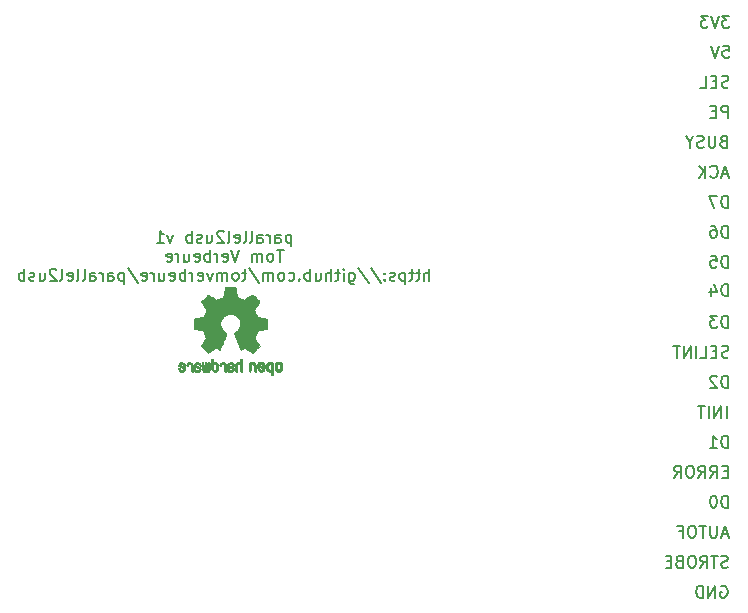
<source format=gbr>
%TF.GenerationSoftware,KiCad,Pcbnew,6.0.10-86aedd382b~118~ubuntu20.04.1*%
%TF.CreationDate,2022-12-30T18:50:17-08:00*%
%TF.ProjectId,parallel2usb,70617261-6c6c-4656-9c32-7573622e6b69,rev?*%
%TF.SameCoordinates,Original*%
%TF.FileFunction,Legend,Bot*%
%TF.FilePolarity,Positive*%
%FSLAX46Y46*%
G04 Gerber Fmt 4.6, Leading zero omitted, Abs format (unit mm)*
G04 Created by KiCad (PCBNEW 6.0.10-86aedd382b~118~ubuntu20.04.1) date 2022-12-30 18:50:17*
%MOMM*%
%LPD*%
G01*
G04 APERTURE LIST*
%ADD10C,0.150000*%
%ADD11C,0.010000*%
G04 APERTURE END LIST*
D10*
X192873142Y-87177571D02*
X192730285Y-87225190D01*
X192682666Y-87272809D01*
X192635047Y-87368047D01*
X192635047Y-87510904D01*
X192682666Y-87606142D01*
X192730285Y-87653761D01*
X192825523Y-87701380D01*
X193206476Y-87701380D01*
X193206476Y-86701380D01*
X192873142Y-86701380D01*
X192777904Y-86749000D01*
X192730285Y-86796619D01*
X192682666Y-86891857D01*
X192682666Y-86987095D01*
X192730285Y-87082333D01*
X192777904Y-87129952D01*
X192873142Y-87177571D01*
X193206476Y-87177571D01*
X192206476Y-86701380D02*
X192206476Y-87510904D01*
X192158857Y-87606142D01*
X192111238Y-87653761D01*
X192016000Y-87701380D01*
X191825523Y-87701380D01*
X191730285Y-87653761D01*
X191682666Y-87606142D01*
X191635047Y-87510904D01*
X191635047Y-86701380D01*
X191206476Y-87653761D02*
X191063619Y-87701380D01*
X190825523Y-87701380D01*
X190730285Y-87653761D01*
X190682666Y-87606142D01*
X190635047Y-87510904D01*
X190635047Y-87415666D01*
X190682666Y-87320428D01*
X190730285Y-87272809D01*
X190825523Y-87225190D01*
X191016000Y-87177571D01*
X191111238Y-87129952D01*
X191158857Y-87082333D01*
X191206476Y-86987095D01*
X191206476Y-86891857D01*
X191158857Y-86796619D01*
X191111238Y-86749000D01*
X191016000Y-86701380D01*
X190777904Y-86701380D01*
X190635047Y-86749000D01*
X190016000Y-87225190D02*
X190016000Y-87701380D01*
X190349333Y-86701380D02*
X190016000Y-87225190D01*
X189682666Y-86701380D01*
X193166857Y-110561380D02*
X193166857Y-109561380D01*
X192690666Y-110561380D02*
X192690666Y-109561380D01*
X192119238Y-110561380D01*
X192119238Y-109561380D01*
X191643047Y-110561380D02*
X191643047Y-109561380D01*
X191309714Y-109561380D02*
X190738285Y-109561380D01*
X191024000Y-110561380D02*
X191024000Y-109561380D01*
X193293857Y-82573761D02*
X193151000Y-82621380D01*
X192912904Y-82621380D01*
X192817666Y-82573761D01*
X192770047Y-82526142D01*
X192722428Y-82430904D01*
X192722428Y-82335666D01*
X192770047Y-82240428D01*
X192817666Y-82192809D01*
X192912904Y-82145190D01*
X193103380Y-82097571D01*
X193198619Y-82049952D01*
X193246238Y-82002333D01*
X193293857Y-81907095D01*
X193293857Y-81811857D01*
X193246238Y-81716619D01*
X193198619Y-81669000D01*
X193103380Y-81621380D01*
X192865285Y-81621380D01*
X192722428Y-81669000D01*
X192293857Y-82097571D02*
X191960523Y-82097571D01*
X191817666Y-82621380D02*
X192293857Y-82621380D01*
X192293857Y-81621380D01*
X191817666Y-81621380D01*
X190912904Y-82621380D02*
X191389095Y-82621380D01*
X191389095Y-81621380D01*
X193270095Y-108021380D02*
X193270095Y-107021380D01*
X193032000Y-107021380D01*
X192889142Y-107069000D01*
X192793904Y-107164238D01*
X192746285Y-107259476D01*
X192698666Y-107449952D01*
X192698666Y-107592809D01*
X192746285Y-107783285D01*
X192793904Y-107878523D01*
X192889142Y-107973761D01*
X193032000Y-108021380D01*
X193270095Y-108021380D01*
X192317714Y-107116619D02*
X192270095Y-107069000D01*
X192174857Y-107021380D01*
X191936761Y-107021380D01*
X191841523Y-107069000D01*
X191793904Y-107116619D01*
X191746285Y-107211857D01*
X191746285Y-107307095D01*
X191793904Y-107449952D01*
X192365333Y-108021380D01*
X191746285Y-108021380D01*
X193262095Y-89955666D02*
X192785904Y-89955666D01*
X193357333Y-90241380D02*
X193024000Y-89241380D01*
X192690666Y-90241380D01*
X191785904Y-90146142D02*
X191833523Y-90193761D01*
X191976380Y-90241380D01*
X192071619Y-90241380D01*
X192214476Y-90193761D01*
X192309714Y-90098523D01*
X192357333Y-90003285D01*
X192404952Y-89812809D01*
X192404952Y-89669952D01*
X192357333Y-89479476D01*
X192309714Y-89384238D01*
X192214476Y-89289000D01*
X192071619Y-89241380D01*
X191976380Y-89241380D01*
X191833523Y-89289000D01*
X191785904Y-89336619D01*
X191357333Y-90241380D02*
X191357333Y-89241380D01*
X190785904Y-90241380D02*
X191214476Y-89669952D01*
X190785904Y-89241380D02*
X191357333Y-89812809D01*
X193246095Y-115117571D02*
X192912761Y-115117571D01*
X192769904Y-115641380D02*
X193246095Y-115641380D01*
X193246095Y-114641380D01*
X192769904Y-114641380D01*
X191769904Y-115641380D02*
X192103238Y-115165190D01*
X192341333Y-115641380D02*
X192341333Y-114641380D01*
X191960380Y-114641380D01*
X191865142Y-114689000D01*
X191817523Y-114736619D01*
X191769904Y-114831857D01*
X191769904Y-114974714D01*
X191817523Y-115069952D01*
X191865142Y-115117571D01*
X191960380Y-115165190D01*
X192341333Y-115165190D01*
X190769904Y-115641380D02*
X191103238Y-115165190D01*
X191341333Y-115641380D02*
X191341333Y-114641380D01*
X190960380Y-114641380D01*
X190865142Y-114689000D01*
X190817523Y-114736619D01*
X190769904Y-114831857D01*
X190769904Y-114974714D01*
X190817523Y-115069952D01*
X190865142Y-115117571D01*
X190960380Y-115165190D01*
X191341333Y-115165190D01*
X190150857Y-114641380D02*
X189960380Y-114641380D01*
X189865142Y-114689000D01*
X189769904Y-114784238D01*
X189722285Y-114974714D01*
X189722285Y-115308047D01*
X189769904Y-115498523D01*
X189865142Y-115593761D01*
X189960380Y-115641380D01*
X190150857Y-115641380D01*
X190246095Y-115593761D01*
X190341333Y-115498523D01*
X190388952Y-115308047D01*
X190388952Y-114974714D01*
X190341333Y-114784238D01*
X190246095Y-114689000D01*
X190150857Y-114641380D01*
X188722285Y-115641380D02*
X189055619Y-115165190D01*
X189293714Y-115641380D02*
X189293714Y-114641380D01*
X188912761Y-114641380D01*
X188817523Y-114689000D01*
X188769904Y-114736619D01*
X188722285Y-114831857D01*
X188722285Y-114974714D01*
X188769904Y-115069952D01*
X188817523Y-115117571D01*
X188912761Y-115165190D01*
X189293714Y-115165190D01*
X193270095Y-113101380D02*
X193270095Y-112101380D01*
X193032000Y-112101380D01*
X192889142Y-112149000D01*
X192793904Y-112244238D01*
X192746285Y-112339476D01*
X192698666Y-112529952D01*
X192698666Y-112672809D01*
X192746285Y-112863285D01*
X192793904Y-112958523D01*
X192889142Y-113053761D01*
X193032000Y-113101380D01*
X193270095Y-113101380D01*
X191746285Y-113101380D02*
X192317714Y-113101380D01*
X192032000Y-113101380D02*
X192032000Y-112101380D01*
X192127238Y-112244238D01*
X192222476Y-112339476D01*
X192317714Y-112387095D01*
X193270095Y-100274380D02*
X193270095Y-99274380D01*
X193032000Y-99274380D01*
X192889142Y-99322000D01*
X192793904Y-99417238D01*
X192746285Y-99512476D01*
X192698666Y-99702952D01*
X192698666Y-99845809D01*
X192746285Y-100036285D01*
X192793904Y-100131523D01*
X192889142Y-100226761D01*
X193032000Y-100274380D01*
X193270095Y-100274380D01*
X191841523Y-99607714D02*
X191841523Y-100274380D01*
X192079619Y-99226761D02*
X192317714Y-99941047D01*
X191698666Y-99941047D01*
X193293714Y-105433761D02*
X193150857Y-105481380D01*
X192912761Y-105481380D01*
X192817523Y-105433761D01*
X192769904Y-105386142D01*
X192722285Y-105290904D01*
X192722285Y-105195666D01*
X192769904Y-105100428D01*
X192817523Y-105052809D01*
X192912761Y-105005190D01*
X193103238Y-104957571D01*
X193198476Y-104909952D01*
X193246095Y-104862333D01*
X193293714Y-104767095D01*
X193293714Y-104671857D01*
X193246095Y-104576619D01*
X193198476Y-104529000D01*
X193103238Y-104481380D01*
X192865142Y-104481380D01*
X192722285Y-104529000D01*
X192293714Y-104957571D02*
X191960380Y-104957571D01*
X191817523Y-105481380D02*
X192293714Y-105481380D01*
X192293714Y-104481380D01*
X191817523Y-104481380D01*
X190912761Y-105481380D02*
X191388952Y-105481380D01*
X191388952Y-104481380D01*
X190579428Y-105481380D02*
X190579428Y-104481380D01*
X190103238Y-105481380D02*
X190103238Y-104481380D01*
X189531809Y-105481380D01*
X189531809Y-104481380D01*
X189198476Y-104481380D02*
X188627047Y-104481380D01*
X188912761Y-105481380D02*
X188912761Y-104481380D01*
X193269857Y-123213761D02*
X193127000Y-123261380D01*
X192888904Y-123261380D01*
X192793666Y-123213761D01*
X192746047Y-123166142D01*
X192698428Y-123070904D01*
X192698428Y-122975666D01*
X192746047Y-122880428D01*
X192793666Y-122832809D01*
X192888904Y-122785190D01*
X193079380Y-122737571D01*
X193174619Y-122689952D01*
X193222238Y-122642333D01*
X193269857Y-122547095D01*
X193269857Y-122451857D01*
X193222238Y-122356619D01*
X193174619Y-122309000D01*
X193079380Y-122261380D01*
X192841285Y-122261380D01*
X192698428Y-122309000D01*
X192412714Y-122261380D02*
X191841285Y-122261380D01*
X192127000Y-123261380D02*
X192127000Y-122261380D01*
X190936523Y-123261380D02*
X191269857Y-122785190D01*
X191507952Y-123261380D02*
X191507952Y-122261380D01*
X191127000Y-122261380D01*
X191031761Y-122309000D01*
X190984142Y-122356619D01*
X190936523Y-122451857D01*
X190936523Y-122594714D01*
X190984142Y-122689952D01*
X191031761Y-122737571D01*
X191127000Y-122785190D01*
X191507952Y-122785190D01*
X190317476Y-122261380D02*
X190127000Y-122261380D01*
X190031761Y-122309000D01*
X189936523Y-122404238D01*
X189888904Y-122594714D01*
X189888904Y-122928047D01*
X189936523Y-123118523D01*
X190031761Y-123213761D01*
X190127000Y-123261380D01*
X190317476Y-123261380D01*
X190412714Y-123213761D01*
X190507952Y-123118523D01*
X190555571Y-122928047D01*
X190555571Y-122594714D01*
X190507952Y-122404238D01*
X190412714Y-122309000D01*
X190317476Y-122261380D01*
X189127000Y-122737571D02*
X188984142Y-122785190D01*
X188936523Y-122832809D01*
X188888904Y-122928047D01*
X188888904Y-123070904D01*
X188936523Y-123166142D01*
X188984142Y-123213761D01*
X189079380Y-123261380D01*
X189460333Y-123261380D01*
X189460333Y-122261380D01*
X189127000Y-122261380D01*
X189031761Y-122309000D01*
X188984142Y-122356619D01*
X188936523Y-122451857D01*
X188936523Y-122547095D01*
X188984142Y-122642333D01*
X189031761Y-122689952D01*
X189127000Y-122737571D01*
X189460333Y-122737571D01*
X188460333Y-122737571D02*
X188127000Y-122737571D01*
X187984142Y-123261380D02*
X188460333Y-123261380D01*
X188460333Y-122261380D01*
X187984142Y-122261380D01*
X193230238Y-120435666D02*
X192754047Y-120435666D01*
X193325476Y-120721380D02*
X192992142Y-119721380D01*
X192658809Y-120721380D01*
X192325476Y-119721380D02*
X192325476Y-120530904D01*
X192277857Y-120626142D01*
X192230238Y-120673761D01*
X192135000Y-120721380D01*
X191944523Y-120721380D01*
X191849285Y-120673761D01*
X191801666Y-120626142D01*
X191754047Y-120530904D01*
X191754047Y-119721380D01*
X191420714Y-119721380D02*
X190849285Y-119721380D01*
X191135000Y-120721380D02*
X191135000Y-119721380D01*
X190325476Y-119721380D02*
X190135000Y-119721380D01*
X190039761Y-119769000D01*
X189944523Y-119864238D01*
X189896904Y-120054714D01*
X189896904Y-120388047D01*
X189944523Y-120578523D01*
X190039761Y-120673761D01*
X190135000Y-120721380D01*
X190325476Y-120721380D01*
X190420714Y-120673761D01*
X190515952Y-120578523D01*
X190563571Y-120388047D01*
X190563571Y-120054714D01*
X190515952Y-119864238D01*
X190420714Y-119769000D01*
X190325476Y-119721380D01*
X189135000Y-120197571D02*
X189468333Y-120197571D01*
X189468333Y-120721380D02*
X189468333Y-119721380D01*
X188992142Y-119721380D01*
X193270095Y-92781380D02*
X193270095Y-91781380D01*
X193032000Y-91781380D01*
X192889142Y-91829000D01*
X192793904Y-91924238D01*
X192746285Y-92019476D01*
X192698666Y-92209952D01*
X192698666Y-92352809D01*
X192746285Y-92543285D01*
X192793904Y-92638523D01*
X192889142Y-92733761D01*
X193032000Y-92781380D01*
X193270095Y-92781380D01*
X192365333Y-91781380D02*
X191698666Y-91781380D01*
X192127238Y-92781380D01*
X193389095Y-76541380D02*
X192770047Y-76541380D01*
X193103380Y-76922333D01*
X192960523Y-76922333D01*
X192865285Y-76969952D01*
X192817666Y-77017571D01*
X192770047Y-77112809D01*
X192770047Y-77350904D01*
X192817666Y-77446142D01*
X192865285Y-77493761D01*
X192960523Y-77541380D01*
X193246238Y-77541380D01*
X193341476Y-77493761D01*
X193389095Y-77446142D01*
X192484333Y-76541380D02*
X192151000Y-77541380D01*
X191817666Y-76541380D01*
X191579571Y-76541380D02*
X190960523Y-76541380D01*
X191293857Y-76922333D01*
X191151000Y-76922333D01*
X191055761Y-76969952D01*
X191008142Y-77017571D01*
X190960523Y-77112809D01*
X190960523Y-77350904D01*
X191008142Y-77446142D01*
X191055761Y-77493761D01*
X191151000Y-77541380D01*
X191436714Y-77541380D01*
X191531952Y-77493761D01*
X191579571Y-77446142D01*
X192849476Y-79081380D02*
X193325666Y-79081380D01*
X193373285Y-79557571D01*
X193325666Y-79509952D01*
X193230428Y-79462333D01*
X192992333Y-79462333D01*
X192897095Y-79509952D01*
X192849476Y-79557571D01*
X192801857Y-79652809D01*
X192801857Y-79890904D01*
X192849476Y-79986142D01*
X192897095Y-80033761D01*
X192992333Y-80081380D01*
X193230428Y-80081380D01*
X193325666Y-80033761D01*
X193373285Y-79986142D01*
X192516142Y-79081380D02*
X192182809Y-80081380D01*
X191849476Y-79081380D01*
X193270095Y-97861380D02*
X193270095Y-96861380D01*
X193032000Y-96861380D01*
X192889142Y-96909000D01*
X192793904Y-97004238D01*
X192746285Y-97099476D01*
X192698666Y-97289952D01*
X192698666Y-97432809D01*
X192746285Y-97623285D01*
X192793904Y-97718523D01*
X192889142Y-97813761D01*
X193032000Y-97861380D01*
X193270095Y-97861380D01*
X191793904Y-96861380D02*
X192270095Y-96861380D01*
X192317714Y-97337571D01*
X192270095Y-97289952D01*
X192174857Y-97242333D01*
X191936761Y-97242333D01*
X191841523Y-97289952D01*
X191793904Y-97337571D01*
X191746285Y-97432809D01*
X191746285Y-97670904D01*
X191793904Y-97766142D01*
X191841523Y-97813761D01*
X191936761Y-97861380D01*
X192174857Y-97861380D01*
X192270095Y-97813761D01*
X192317714Y-97766142D01*
X156288666Y-95076714D02*
X156288666Y-96076714D01*
X156288666Y-95124333D02*
X156193428Y-95076714D01*
X156002952Y-95076714D01*
X155907714Y-95124333D01*
X155860095Y-95171952D01*
X155812476Y-95267190D01*
X155812476Y-95552904D01*
X155860095Y-95648142D01*
X155907714Y-95695761D01*
X156002952Y-95743380D01*
X156193428Y-95743380D01*
X156288666Y-95695761D01*
X154955333Y-95743380D02*
X154955333Y-95219571D01*
X155002952Y-95124333D01*
X155098190Y-95076714D01*
X155288666Y-95076714D01*
X155383904Y-95124333D01*
X154955333Y-95695761D02*
X155050571Y-95743380D01*
X155288666Y-95743380D01*
X155383904Y-95695761D01*
X155431523Y-95600523D01*
X155431523Y-95505285D01*
X155383904Y-95410047D01*
X155288666Y-95362428D01*
X155050571Y-95362428D01*
X154955333Y-95314809D01*
X154479142Y-95743380D02*
X154479142Y-95076714D01*
X154479142Y-95267190D02*
X154431523Y-95171952D01*
X154383904Y-95124333D01*
X154288666Y-95076714D01*
X154193428Y-95076714D01*
X153431523Y-95743380D02*
X153431523Y-95219571D01*
X153479142Y-95124333D01*
X153574380Y-95076714D01*
X153764857Y-95076714D01*
X153860095Y-95124333D01*
X153431523Y-95695761D02*
X153526761Y-95743380D01*
X153764857Y-95743380D01*
X153860095Y-95695761D01*
X153907714Y-95600523D01*
X153907714Y-95505285D01*
X153860095Y-95410047D01*
X153764857Y-95362428D01*
X153526761Y-95362428D01*
X153431523Y-95314809D01*
X152812476Y-95743380D02*
X152907714Y-95695761D01*
X152955333Y-95600523D01*
X152955333Y-94743380D01*
X152288666Y-95743380D02*
X152383904Y-95695761D01*
X152431523Y-95600523D01*
X152431523Y-94743380D01*
X151526761Y-95695761D02*
X151622000Y-95743380D01*
X151812476Y-95743380D01*
X151907714Y-95695761D01*
X151955333Y-95600523D01*
X151955333Y-95219571D01*
X151907714Y-95124333D01*
X151812476Y-95076714D01*
X151622000Y-95076714D01*
X151526761Y-95124333D01*
X151479142Y-95219571D01*
X151479142Y-95314809D01*
X151955333Y-95410047D01*
X150907714Y-95743380D02*
X151002952Y-95695761D01*
X151050571Y-95600523D01*
X151050571Y-94743380D01*
X150574380Y-94838619D02*
X150526761Y-94791000D01*
X150431523Y-94743380D01*
X150193428Y-94743380D01*
X150098190Y-94791000D01*
X150050571Y-94838619D01*
X150002952Y-94933857D01*
X150002952Y-95029095D01*
X150050571Y-95171952D01*
X150622000Y-95743380D01*
X150002952Y-95743380D01*
X149145809Y-95076714D02*
X149145809Y-95743380D01*
X149574380Y-95076714D02*
X149574380Y-95600523D01*
X149526761Y-95695761D01*
X149431523Y-95743380D01*
X149288666Y-95743380D01*
X149193428Y-95695761D01*
X149145809Y-95648142D01*
X148717238Y-95695761D02*
X148622000Y-95743380D01*
X148431523Y-95743380D01*
X148336285Y-95695761D01*
X148288666Y-95600523D01*
X148288666Y-95552904D01*
X148336285Y-95457666D01*
X148431523Y-95410047D01*
X148574380Y-95410047D01*
X148669619Y-95362428D01*
X148717238Y-95267190D01*
X148717238Y-95219571D01*
X148669619Y-95124333D01*
X148574380Y-95076714D01*
X148431523Y-95076714D01*
X148336285Y-95124333D01*
X147860095Y-95743380D02*
X147860095Y-94743380D01*
X147860095Y-95124333D02*
X147764857Y-95076714D01*
X147574380Y-95076714D01*
X147479142Y-95124333D01*
X147431523Y-95171952D01*
X147383904Y-95267190D01*
X147383904Y-95552904D01*
X147431523Y-95648142D01*
X147479142Y-95695761D01*
X147574380Y-95743380D01*
X147764857Y-95743380D01*
X147860095Y-95695761D01*
X146288666Y-95076714D02*
X146050571Y-95743380D01*
X145812476Y-95076714D01*
X144907714Y-95743380D02*
X145479142Y-95743380D01*
X145193428Y-95743380D02*
X145193428Y-94743380D01*
X145288666Y-94886238D01*
X145383904Y-94981476D01*
X145479142Y-95029095D01*
X155645809Y-96353380D02*
X155074380Y-96353380D01*
X155360095Y-97353380D02*
X155360095Y-96353380D01*
X154598190Y-97353380D02*
X154693428Y-97305761D01*
X154741047Y-97258142D01*
X154788666Y-97162904D01*
X154788666Y-96877190D01*
X154741047Y-96781952D01*
X154693428Y-96734333D01*
X154598190Y-96686714D01*
X154455333Y-96686714D01*
X154360095Y-96734333D01*
X154312476Y-96781952D01*
X154264857Y-96877190D01*
X154264857Y-97162904D01*
X154312476Y-97258142D01*
X154360095Y-97305761D01*
X154455333Y-97353380D01*
X154598190Y-97353380D01*
X153836285Y-97353380D02*
X153836285Y-96686714D01*
X153836285Y-96781952D02*
X153788666Y-96734333D01*
X153693428Y-96686714D01*
X153550571Y-96686714D01*
X153455333Y-96734333D01*
X153407714Y-96829571D01*
X153407714Y-97353380D01*
X153407714Y-96829571D02*
X153360095Y-96734333D01*
X153264857Y-96686714D01*
X153122000Y-96686714D01*
X153026761Y-96734333D01*
X152979142Y-96829571D01*
X152979142Y-97353380D01*
X151883904Y-96353380D02*
X151550571Y-97353380D01*
X151217238Y-96353380D01*
X150502952Y-97305761D02*
X150598190Y-97353380D01*
X150788666Y-97353380D01*
X150883904Y-97305761D01*
X150931523Y-97210523D01*
X150931523Y-96829571D01*
X150883904Y-96734333D01*
X150788666Y-96686714D01*
X150598190Y-96686714D01*
X150502952Y-96734333D01*
X150455333Y-96829571D01*
X150455333Y-96924809D01*
X150931523Y-97020047D01*
X150026761Y-97353380D02*
X150026761Y-96686714D01*
X150026761Y-96877190D02*
X149979142Y-96781952D01*
X149931523Y-96734333D01*
X149836285Y-96686714D01*
X149741047Y-96686714D01*
X149407714Y-97353380D02*
X149407714Y-96353380D01*
X149407714Y-96734333D02*
X149312476Y-96686714D01*
X149122000Y-96686714D01*
X149026761Y-96734333D01*
X148979142Y-96781952D01*
X148931523Y-96877190D01*
X148931523Y-97162904D01*
X148979142Y-97258142D01*
X149026761Y-97305761D01*
X149122000Y-97353380D01*
X149312476Y-97353380D01*
X149407714Y-97305761D01*
X148122000Y-97305761D02*
X148217238Y-97353380D01*
X148407714Y-97353380D01*
X148502952Y-97305761D01*
X148550571Y-97210523D01*
X148550571Y-96829571D01*
X148502952Y-96734333D01*
X148407714Y-96686714D01*
X148217238Y-96686714D01*
X148122000Y-96734333D01*
X148074380Y-96829571D01*
X148074380Y-96924809D01*
X148550571Y-97020047D01*
X147217238Y-96686714D02*
X147217238Y-97353380D01*
X147645809Y-96686714D02*
X147645809Y-97210523D01*
X147598190Y-97305761D01*
X147502952Y-97353380D01*
X147360095Y-97353380D01*
X147264857Y-97305761D01*
X147217238Y-97258142D01*
X146741047Y-97353380D02*
X146741047Y-96686714D01*
X146741047Y-96877190D02*
X146693428Y-96781952D01*
X146645809Y-96734333D01*
X146550571Y-96686714D01*
X146455333Y-96686714D01*
X145741047Y-97305761D02*
X145836285Y-97353380D01*
X146026761Y-97353380D01*
X146122000Y-97305761D01*
X146169619Y-97210523D01*
X146169619Y-96829571D01*
X146122000Y-96734333D01*
X146026761Y-96686714D01*
X145836285Y-96686714D01*
X145741047Y-96734333D01*
X145693428Y-96829571D01*
X145693428Y-96924809D01*
X146169619Y-97020047D01*
X167979142Y-98963380D02*
X167979142Y-97963380D01*
X167550571Y-98963380D02*
X167550571Y-98439571D01*
X167598190Y-98344333D01*
X167693428Y-98296714D01*
X167836285Y-98296714D01*
X167931523Y-98344333D01*
X167979142Y-98391952D01*
X167217238Y-98296714D02*
X166836285Y-98296714D01*
X167074380Y-97963380D02*
X167074380Y-98820523D01*
X167026761Y-98915761D01*
X166931523Y-98963380D01*
X166836285Y-98963380D01*
X166645809Y-98296714D02*
X166264857Y-98296714D01*
X166502952Y-97963380D02*
X166502952Y-98820523D01*
X166455333Y-98915761D01*
X166360095Y-98963380D01*
X166264857Y-98963380D01*
X165931523Y-98296714D02*
X165931523Y-99296714D01*
X165931523Y-98344333D02*
X165836285Y-98296714D01*
X165645809Y-98296714D01*
X165550571Y-98344333D01*
X165502952Y-98391952D01*
X165455333Y-98487190D01*
X165455333Y-98772904D01*
X165502952Y-98868142D01*
X165550571Y-98915761D01*
X165645809Y-98963380D01*
X165836285Y-98963380D01*
X165931523Y-98915761D01*
X165074380Y-98915761D02*
X164979142Y-98963380D01*
X164788666Y-98963380D01*
X164693428Y-98915761D01*
X164645809Y-98820523D01*
X164645809Y-98772904D01*
X164693428Y-98677666D01*
X164788666Y-98630047D01*
X164931523Y-98630047D01*
X165026761Y-98582428D01*
X165074380Y-98487190D01*
X165074380Y-98439571D01*
X165026761Y-98344333D01*
X164931523Y-98296714D01*
X164788666Y-98296714D01*
X164693428Y-98344333D01*
X164217238Y-98868142D02*
X164169619Y-98915761D01*
X164217238Y-98963380D01*
X164264857Y-98915761D01*
X164217238Y-98868142D01*
X164217238Y-98963380D01*
X164217238Y-98344333D02*
X164169619Y-98391952D01*
X164217238Y-98439571D01*
X164264857Y-98391952D01*
X164217238Y-98344333D01*
X164217238Y-98439571D01*
X163026761Y-97915761D02*
X163883904Y-99201476D01*
X161979142Y-97915761D02*
X162836285Y-99201476D01*
X161217238Y-98296714D02*
X161217238Y-99106238D01*
X161264857Y-99201476D01*
X161312476Y-99249095D01*
X161407714Y-99296714D01*
X161550571Y-99296714D01*
X161645809Y-99249095D01*
X161217238Y-98915761D02*
X161312476Y-98963380D01*
X161502952Y-98963380D01*
X161598190Y-98915761D01*
X161645809Y-98868142D01*
X161693428Y-98772904D01*
X161693428Y-98487190D01*
X161645809Y-98391952D01*
X161598190Y-98344333D01*
X161502952Y-98296714D01*
X161312476Y-98296714D01*
X161217238Y-98344333D01*
X160741047Y-98963380D02*
X160741047Y-98296714D01*
X160741047Y-97963380D02*
X160788666Y-98011000D01*
X160741047Y-98058619D01*
X160693428Y-98011000D01*
X160741047Y-97963380D01*
X160741047Y-98058619D01*
X160407714Y-98296714D02*
X160026761Y-98296714D01*
X160264857Y-97963380D02*
X160264857Y-98820523D01*
X160217238Y-98915761D01*
X160122000Y-98963380D01*
X160026761Y-98963380D01*
X159693428Y-98963380D02*
X159693428Y-97963380D01*
X159264857Y-98963380D02*
X159264857Y-98439571D01*
X159312476Y-98344333D01*
X159407714Y-98296714D01*
X159550571Y-98296714D01*
X159645809Y-98344333D01*
X159693428Y-98391952D01*
X158360095Y-98296714D02*
X158360095Y-98963380D01*
X158788666Y-98296714D02*
X158788666Y-98820523D01*
X158741047Y-98915761D01*
X158645809Y-98963380D01*
X158502952Y-98963380D01*
X158407714Y-98915761D01*
X158360095Y-98868142D01*
X157883904Y-98963380D02*
X157883904Y-97963380D01*
X157883904Y-98344333D02*
X157788666Y-98296714D01*
X157598190Y-98296714D01*
X157502952Y-98344333D01*
X157455333Y-98391952D01*
X157407714Y-98487190D01*
X157407714Y-98772904D01*
X157455333Y-98868142D01*
X157502952Y-98915761D01*
X157598190Y-98963380D01*
X157788666Y-98963380D01*
X157883904Y-98915761D01*
X156979142Y-98868142D02*
X156931523Y-98915761D01*
X156979142Y-98963380D01*
X157026761Y-98915761D01*
X156979142Y-98868142D01*
X156979142Y-98963380D01*
X156074380Y-98915761D02*
X156169619Y-98963380D01*
X156360095Y-98963380D01*
X156455333Y-98915761D01*
X156502952Y-98868142D01*
X156550571Y-98772904D01*
X156550571Y-98487190D01*
X156502952Y-98391952D01*
X156455333Y-98344333D01*
X156360095Y-98296714D01*
X156169619Y-98296714D01*
X156074380Y-98344333D01*
X155502952Y-98963380D02*
X155598190Y-98915761D01*
X155645809Y-98868142D01*
X155693428Y-98772904D01*
X155693428Y-98487190D01*
X155645809Y-98391952D01*
X155598190Y-98344333D01*
X155502952Y-98296714D01*
X155360095Y-98296714D01*
X155264857Y-98344333D01*
X155217238Y-98391952D01*
X155169619Y-98487190D01*
X155169619Y-98772904D01*
X155217238Y-98868142D01*
X155264857Y-98915761D01*
X155360095Y-98963380D01*
X155502952Y-98963380D01*
X154741047Y-98963380D02*
X154741047Y-98296714D01*
X154741047Y-98391952D02*
X154693428Y-98344333D01*
X154598190Y-98296714D01*
X154455333Y-98296714D01*
X154360095Y-98344333D01*
X154312476Y-98439571D01*
X154312476Y-98963380D01*
X154312476Y-98439571D02*
X154264857Y-98344333D01*
X154169619Y-98296714D01*
X154026761Y-98296714D01*
X153931523Y-98344333D01*
X153883904Y-98439571D01*
X153883904Y-98963380D01*
X152693428Y-97915761D02*
X153550571Y-99201476D01*
X152502952Y-98296714D02*
X152122000Y-98296714D01*
X152360095Y-97963380D02*
X152360095Y-98820523D01*
X152312476Y-98915761D01*
X152217238Y-98963380D01*
X152122000Y-98963380D01*
X151645809Y-98963380D02*
X151741047Y-98915761D01*
X151788666Y-98868142D01*
X151836285Y-98772904D01*
X151836285Y-98487190D01*
X151788666Y-98391952D01*
X151741047Y-98344333D01*
X151645809Y-98296714D01*
X151502952Y-98296714D01*
X151407714Y-98344333D01*
X151360095Y-98391952D01*
X151312476Y-98487190D01*
X151312476Y-98772904D01*
X151360095Y-98868142D01*
X151407714Y-98915761D01*
X151502952Y-98963380D01*
X151645809Y-98963380D01*
X150883904Y-98963380D02*
X150883904Y-98296714D01*
X150883904Y-98391952D02*
X150836285Y-98344333D01*
X150741047Y-98296714D01*
X150598190Y-98296714D01*
X150502952Y-98344333D01*
X150455333Y-98439571D01*
X150455333Y-98963380D01*
X150455333Y-98439571D02*
X150407714Y-98344333D01*
X150312476Y-98296714D01*
X150169619Y-98296714D01*
X150074380Y-98344333D01*
X150026761Y-98439571D01*
X150026761Y-98963380D01*
X149645809Y-98296714D02*
X149407714Y-98963380D01*
X149169619Y-98296714D01*
X148407714Y-98915761D02*
X148502952Y-98963380D01*
X148693428Y-98963380D01*
X148788666Y-98915761D01*
X148836285Y-98820523D01*
X148836285Y-98439571D01*
X148788666Y-98344333D01*
X148693428Y-98296714D01*
X148502952Y-98296714D01*
X148407714Y-98344333D01*
X148360095Y-98439571D01*
X148360095Y-98534809D01*
X148836285Y-98630047D01*
X147931523Y-98963380D02*
X147931523Y-98296714D01*
X147931523Y-98487190D02*
X147883904Y-98391952D01*
X147836285Y-98344333D01*
X147741047Y-98296714D01*
X147645809Y-98296714D01*
X147312476Y-98963380D02*
X147312476Y-97963380D01*
X147312476Y-98344333D02*
X147217238Y-98296714D01*
X147026761Y-98296714D01*
X146931523Y-98344333D01*
X146883904Y-98391952D01*
X146836285Y-98487190D01*
X146836285Y-98772904D01*
X146883904Y-98868142D01*
X146931523Y-98915761D01*
X147026761Y-98963380D01*
X147217238Y-98963380D01*
X147312476Y-98915761D01*
X146026761Y-98915761D02*
X146122000Y-98963380D01*
X146312476Y-98963380D01*
X146407714Y-98915761D01*
X146455333Y-98820523D01*
X146455333Y-98439571D01*
X146407714Y-98344333D01*
X146312476Y-98296714D01*
X146122000Y-98296714D01*
X146026761Y-98344333D01*
X145979142Y-98439571D01*
X145979142Y-98534809D01*
X146455333Y-98630047D01*
X145122000Y-98296714D02*
X145122000Y-98963380D01*
X145550571Y-98296714D02*
X145550571Y-98820523D01*
X145502952Y-98915761D01*
X145407714Y-98963380D01*
X145264857Y-98963380D01*
X145169619Y-98915761D01*
X145122000Y-98868142D01*
X144645809Y-98963380D02*
X144645809Y-98296714D01*
X144645809Y-98487190D02*
X144598190Y-98391952D01*
X144550571Y-98344333D01*
X144455333Y-98296714D01*
X144360095Y-98296714D01*
X143645809Y-98915761D02*
X143741047Y-98963380D01*
X143931523Y-98963380D01*
X144026761Y-98915761D01*
X144074380Y-98820523D01*
X144074380Y-98439571D01*
X144026761Y-98344333D01*
X143931523Y-98296714D01*
X143741047Y-98296714D01*
X143645809Y-98344333D01*
X143598190Y-98439571D01*
X143598190Y-98534809D01*
X144074380Y-98630047D01*
X142455333Y-97915761D02*
X143312476Y-99201476D01*
X142122000Y-98296714D02*
X142122000Y-99296714D01*
X142122000Y-98344333D02*
X142026761Y-98296714D01*
X141836285Y-98296714D01*
X141741047Y-98344333D01*
X141693428Y-98391952D01*
X141645809Y-98487190D01*
X141645809Y-98772904D01*
X141693428Y-98868142D01*
X141741047Y-98915761D01*
X141836285Y-98963380D01*
X142026761Y-98963380D01*
X142122000Y-98915761D01*
X140788666Y-98963380D02*
X140788666Y-98439571D01*
X140836285Y-98344333D01*
X140931523Y-98296714D01*
X141122000Y-98296714D01*
X141217238Y-98344333D01*
X140788666Y-98915761D02*
X140883904Y-98963380D01*
X141122000Y-98963380D01*
X141217238Y-98915761D01*
X141264857Y-98820523D01*
X141264857Y-98725285D01*
X141217238Y-98630047D01*
X141122000Y-98582428D01*
X140883904Y-98582428D01*
X140788666Y-98534809D01*
X140312476Y-98963380D02*
X140312476Y-98296714D01*
X140312476Y-98487190D02*
X140264857Y-98391952D01*
X140217238Y-98344333D01*
X140122000Y-98296714D01*
X140026761Y-98296714D01*
X139264857Y-98963380D02*
X139264857Y-98439571D01*
X139312476Y-98344333D01*
X139407714Y-98296714D01*
X139598190Y-98296714D01*
X139693428Y-98344333D01*
X139264857Y-98915761D02*
X139360095Y-98963380D01*
X139598190Y-98963380D01*
X139693428Y-98915761D01*
X139741047Y-98820523D01*
X139741047Y-98725285D01*
X139693428Y-98630047D01*
X139598190Y-98582428D01*
X139360095Y-98582428D01*
X139264857Y-98534809D01*
X138645809Y-98963380D02*
X138741047Y-98915761D01*
X138788666Y-98820523D01*
X138788666Y-97963380D01*
X138122000Y-98963380D02*
X138217238Y-98915761D01*
X138264857Y-98820523D01*
X138264857Y-97963380D01*
X137360095Y-98915761D02*
X137455333Y-98963380D01*
X137645809Y-98963380D01*
X137741047Y-98915761D01*
X137788666Y-98820523D01*
X137788666Y-98439571D01*
X137741047Y-98344333D01*
X137645809Y-98296714D01*
X137455333Y-98296714D01*
X137360095Y-98344333D01*
X137312476Y-98439571D01*
X137312476Y-98534809D01*
X137788666Y-98630047D01*
X136741047Y-98963380D02*
X136836285Y-98915761D01*
X136883904Y-98820523D01*
X136883904Y-97963380D01*
X136407714Y-98058619D02*
X136360095Y-98011000D01*
X136264857Y-97963380D01*
X136026761Y-97963380D01*
X135931523Y-98011000D01*
X135883904Y-98058619D01*
X135836285Y-98153857D01*
X135836285Y-98249095D01*
X135883904Y-98391952D01*
X136455333Y-98963380D01*
X135836285Y-98963380D01*
X134979142Y-98296714D02*
X134979142Y-98963380D01*
X135407714Y-98296714D02*
X135407714Y-98820523D01*
X135360095Y-98915761D01*
X135264857Y-98963380D01*
X135122000Y-98963380D01*
X135026761Y-98915761D01*
X134979142Y-98868142D01*
X134550571Y-98915761D02*
X134455333Y-98963380D01*
X134264857Y-98963380D01*
X134169619Y-98915761D01*
X134122000Y-98820523D01*
X134122000Y-98772904D01*
X134169619Y-98677666D01*
X134264857Y-98630047D01*
X134407714Y-98630047D01*
X134502952Y-98582428D01*
X134550571Y-98487190D01*
X134550571Y-98439571D01*
X134502952Y-98344333D01*
X134407714Y-98296714D01*
X134264857Y-98296714D01*
X134169619Y-98344333D01*
X133693428Y-98963380D02*
X133693428Y-97963380D01*
X133693428Y-98344333D02*
X133598190Y-98296714D01*
X133407714Y-98296714D01*
X133312476Y-98344333D01*
X133264857Y-98391952D01*
X133217238Y-98487190D01*
X133217238Y-98772904D01*
X133264857Y-98868142D01*
X133312476Y-98915761D01*
X133407714Y-98963380D01*
X133598190Y-98963380D01*
X133693428Y-98915761D01*
X193246285Y-85161380D02*
X193246285Y-84161380D01*
X192865333Y-84161380D01*
X192770095Y-84209000D01*
X192722476Y-84256619D01*
X192674857Y-84351857D01*
X192674857Y-84494714D01*
X192722476Y-84589952D01*
X192770095Y-84637571D01*
X192865333Y-84685190D01*
X193246285Y-84685190D01*
X192246285Y-84637571D02*
X191912952Y-84637571D01*
X191770095Y-85161380D02*
X192246285Y-85161380D01*
X192246285Y-84161380D01*
X191770095Y-84161380D01*
X193270095Y-118181380D02*
X193270095Y-117181380D01*
X193032000Y-117181380D01*
X192889142Y-117229000D01*
X192793904Y-117324238D01*
X192746285Y-117419476D01*
X192698666Y-117609952D01*
X192698666Y-117752809D01*
X192746285Y-117943285D01*
X192793904Y-118038523D01*
X192889142Y-118133761D01*
X193032000Y-118181380D01*
X193270095Y-118181380D01*
X192079619Y-117181380D02*
X191984380Y-117181380D01*
X191889142Y-117229000D01*
X191841523Y-117276619D01*
X191793904Y-117371857D01*
X191746285Y-117562333D01*
X191746285Y-117800428D01*
X191793904Y-117990904D01*
X191841523Y-118086142D01*
X191889142Y-118133761D01*
X191984380Y-118181380D01*
X192079619Y-118181380D01*
X192174857Y-118133761D01*
X192222476Y-118086142D01*
X192270095Y-117990904D01*
X192317714Y-117800428D01*
X192317714Y-117562333D01*
X192270095Y-117371857D01*
X192222476Y-117276619D01*
X192174857Y-117229000D01*
X192079619Y-117181380D01*
X193270095Y-102941380D02*
X193270095Y-101941380D01*
X193032000Y-101941380D01*
X192889142Y-101989000D01*
X192793904Y-102084238D01*
X192746285Y-102179476D01*
X192698666Y-102369952D01*
X192698666Y-102512809D01*
X192746285Y-102703285D01*
X192793904Y-102798523D01*
X192889142Y-102893761D01*
X193032000Y-102941380D01*
X193270095Y-102941380D01*
X192365333Y-101941380D02*
X191746285Y-101941380D01*
X192079619Y-102322333D01*
X191936761Y-102322333D01*
X191841523Y-102369952D01*
X191793904Y-102417571D01*
X191746285Y-102512809D01*
X191746285Y-102750904D01*
X191793904Y-102846142D01*
X191841523Y-102893761D01*
X191936761Y-102941380D01*
X192222476Y-102941380D01*
X192317714Y-102893761D01*
X192365333Y-102846142D01*
X193270095Y-95321380D02*
X193270095Y-94321380D01*
X193032000Y-94321380D01*
X192889142Y-94369000D01*
X192793904Y-94464238D01*
X192746285Y-94559476D01*
X192698666Y-94749952D01*
X192698666Y-94892809D01*
X192746285Y-95083285D01*
X192793904Y-95178523D01*
X192889142Y-95273761D01*
X193032000Y-95321380D01*
X193270095Y-95321380D01*
X191841523Y-94321380D02*
X192032000Y-94321380D01*
X192127238Y-94369000D01*
X192174857Y-94416619D01*
X192270095Y-94559476D01*
X192317714Y-94749952D01*
X192317714Y-95130904D01*
X192270095Y-95226142D01*
X192222476Y-95273761D01*
X192127238Y-95321380D01*
X191936761Y-95321380D01*
X191841523Y-95273761D01*
X191793904Y-95226142D01*
X191746285Y-95130904D01*
X191746285Y-94892809D01*
X191793904Y-94797571D01*
X191841523Y-94749952D01*
X191936761Y-94702333D01*
X192127238Y-94702333D01*
X192222476Y-94749952D01*
X192270095Y-94797571D01*
X192317714Y-94892809D01*
X192658904Y-124849000D02*
X192754142Y-124801380D01*
X192897000Y-124801380D01*
X193039857Y-124849000D01*
X193135095Y-124944238D01*
X193182714Y-125039476D01*
X193230333Y-125229952D01*
X193230333Y-125372809D01*
X193182714Y-125563285D01*
X193135095Y-125658523D01*
X193039857Y-125753761D01*
X192897000Y-125801380D01*
X192801761Y-125801380D01*
X192658904Y-125753761D01*
X192611285Y-125706142D01*
X192611285Y-125372809D01*
X192801761Y-125372809D01*
X192182714Y-125801380D02*
X192182714Y-124801380D01*
X191611285Y-125801380D01*
X191611285Y-124801380D01*
X191135095Y-125801380D02*
X191135095Y-124801380D01*
X190897000Y-124801380D01*
X190754142Y-124849000D01*
X190658904Y-124944238D01*
X190611285Y-125039476D01*
X190563666Y-125229952D01*
X190563666Y-125372809D01*
X190611285Y-125563285D01*
X190658904Y-125658523D01*
X190754142Y-125753761D01*
X190897000Y-125801380D01*
X191135095Y-125801380D01*
%TO.C,REF\u002A\u002A*%
G36*
X153056372Y-105832684D02*
G01*
X153147629Y-105875569D01*
X153222416Y-105949729D01*
X153237917Y-105972944D01*
X153250774Y-105999256D01*
X153259893Y-106032420D01*
X153266102Y-106078881D01*
X153270233Y-106145082D01*
X153273116Y-106237468D01*
X153275579Y-106362485D01*
X153281697Y-106709278D01*
X153230303Y-106689738D01*
X153183246Y-106671787D01*
X153148015Y-106654511D01*
X153125017Y-106632242D01*
X153111655Y-106598165D01*
X153105328Y-106545463D01*
X153103437Y-106467323D01*
X153103385Y-106356928D01*
X153103117Y-106268935D01*
X153101521Y-106184502D01*
X153097712Y-106126834D01*
X153090820Y-106088988D01*
X153079975Y-106064024D01*
X153064308Y-106045000D01*
X153025792Y-106018153D01*
X152961091Y-106008034D01*
X152897081Y-106033606D01*
X152892856Y-106036880D01*
X152879689Y-106052007D01*
X152869975Y-106076268D01*
X152862903Y-106115650D01*
X152857656Y-106176141D01*
X152853421Y-106263729D01*
X152849385Y-106384402D01*
X152839615Y-106707515D01*
X152673539Y-106633065D01*
X152673539Y-106338062D01*
X152673883Y-106257919D01*
X152676847Y-106146431D01*
X152684351Y-106063421D01*
X152698190Y-106002199D01*
X152720155Y-105956075D01*
X152752039Y-105918358D01*
X152795633Y-105882358D01*
X152858336Y-105846089D01*
X152957117Y-105822412D01*
X153056372Y-105832684D01*
G37*
D11*
X153056372Y-105832684D02*
X153147629Y-105875569D01*
X153222416Y-105949729D01*
X153237917Y-105972944D01*
X153250774Y-105999256D01*
X153259893Y-106032420D01*
X153266102Y-106078881D01*
X153270233Y-106145082D01*
X153273116Y-106237468D01*
X153275579Y-106362485D01*
X153281697Y-106709278D01*
X153230303Y-106689738D01*
X153183246Y-106671787D01*
X153148015Y-106654511D01*
X153125017Y-106632242D01*
X153111655Y-106598165D01*
X153105328Y-106545463D01*
X153103437Y-106467323D01*
X153103385Y-106356928D01*
X153103117Y-106268935D01*
X153101521Y-106184502D01*
X153097712Y-106126834D01*
X153090820Y-106088988D01*
X153079975Y-106064024D01*
X153064308Y-106045000D01*
X153025792Y-106018153D01*
X152961091Y-106008034D01*
X152897081Y-106033606D01*
X152892856Y-106036880D01*
X152879689Y-106052007D01*
X152869975Y-106076268D01*
X152862903Y-106115650D01*
X152857656Y-106176141D01*
X152853421Y-106263729D01*
X152849385Y-106384402D01*
X152839615Y-106707515D01*
X152673539Y-106633065D01*
X152673539Y-106338062D01*
X152673883Y-106257919D01*
X152676847Y-106146431D01*
X152684351Y-106063421D01*
X152698190Y-106002199D01*
X152720155Y-105956075D01*
X152752039Y-105918358D01*
X152795633Y-105882358D01*
X152858336Y-105846089D01*
X152957117Y-105822412D01*
X153056372Y-105832684D01*
G36*
X150092839Y-106355652D02*
G01*
X150081810Y-106459507D01*
X150057814Y-106537333D01*
X150018043Y-106596760D01*
X149959688Y-106645418D01*
X149904100Y-106673546D01*
X149810751Y-106689199D01*
X149717530Y-106672084D01*
X149633272Y-106624388D01*
X149566818Y-106548294D01*
X149558793Y-106534262D01*
X149548196Y-106509679D01*
X149540335Y-106478309D01*
X149534807Y-106434769D01*
X149531206Y-106373678D01*
X149529128Y-106289655D01*
X149529064Y-106282200D01*
X149664615Y-106282200D01*
X149665077Y-106353316D01*
X149667999Y-106417641D01*
X149675221Y-106459166D01*
X149688561Y-106487067D01*
X149709836Y-106510517D01*
X149714821Y-106515025D01*
X149778863Y-106548295D01*
X149846625Y-106544890D01*
X149909734Y-106505042D01*
X149928526Y-106484398D01*
X149944254Y-106457029D01*
X149953039Y-106419192D01*
X149956859Y-106361355D01*
X149957692Y-106273986D01*
X149957281Y-106207319D01*
X149954434Y-106142245D01*
X149947256Y-106100251D01*
X149933889Y-106072063D01*
X149912472Y-106048406D01*
X149899890Y-106037753D01*
X149834699Y-106009057D01*
X149766400Y-106013575D01*
X149707098Y-106051144D01*
X149694333Y-106066040D01*
X149678764Y-106094089D01*
X149669762Y-106133258D01*
X149665617Y-106192858D01*
X149664615Y-106282200D01*
X149529064Y-106282200D01*
X149528167Y-106177320D01*
X149527919Y-106031289D01*
X149527846Y-105577963D01*
X149591346Y-105604564D01*
X149608136Y-105611845D01*
X149634859Y-105628287D01*
X149650156Y-105653187D01*
X149658563Y-105696732D01*
X149664615Y-105769106D01*
X149670144Y-105834089D01*
X149677450Y-105876750D01*
X149687918Y-105892670D01*
X149703692Y-105888400D01*
X149743890Y-105873397D01*
X149815728Y-105869678D01*
X149893010Y-105883572D01*
X149959688Y-105913505D01*
X149996371Y-105941211D01*
X150043472Y-105995269D01*
X150073638Y-106064577D01*
X150089678Y-106156765D01*
X150094191Y-106273986D01*
X150094401Y-106279462D01*
X150092839Y-106355652D01*
G37*
X150092839Y-106355652D02*
X150081810Y-106459507D01*
X150057814Y-106537333D01*
X150018043Y-106596760D01*
X149959688Y-106645418D01*
X149904100Y-106673546D01*
X149810751Y-106689199D01*
X149717530Y-106672084D01*
X149633272Y-106624388D01*
X149566818Y-106548294D01*
X149558793Y-106534262D01*
X149548196Y-106509679D01*
X149540335Y-106478309D01*
X149534807Y-106434769D01*
X149531206Y-106373678D01*
X149529128Y-106289655D01*
X149529064Y-106282200D01*
X149664615Y-106282200D01*
X149665077Y-106353316D01*
X149667999Y-106417641D01*
X149675221Y-106459166D01*
X149688561Y-106487067D01*
X149709836Y-106510517D01*
X149714821Y-106515025D01*
X149778863Y-106548295D01*
X149846625Y-106544890D01*
X149909734Y-106505042D01*
X149928526Y-106484398D01*
X149944254Y-106457029D01*
X149953039Y-106419192D01*
X149956859Y-106361355D01*
X149957692Y-106273986D01*
X149957281Y-106207319D01*
X149954434Y-106142245D01*
X149947256Y-106100251D01*
X149933889Y-106072063D01*
X149912472Y-106048406D01*
X149899890Y-106037753D01*
X149834699Y-106009057D01*
X149766400Y-106013575D01*
X149707098Y-106051144D01*
X149694333Y-106066040D01*
X149678764Y-106094089D01*
X149669762Y-106133258D01*
X149665617Y-106192858D01*
X149664615Y-106282200D01*
X149529064Y-106282200D01*
X149528167Y-106177320D01*
X149527919Y-106031289D01*
X149527846Y-105577963D01*
X149591346Y-105604564D01*
X149608136Y-105611845D01*
X149634859Y-105628287D01*
X149650156Y-105653187D01*
X149658563Y-105696732D01*
X149664615Y-105769106D01*
X149670144Y-105834089D01*
X149677450Y-105876750D01*
X149687918Y-105892670D01*
X149703692Y-105888400D01*
X149743890Y-105873397D01*
X149815728Y-105869678D01*
X149893010Y-105883572D01*
X149959688Y-105913505D01*
X149996371Y-105941211D01*
X150043472Y-105995269D01*
X150073638Y-106064577D01*
X150089678Y-106156765D01*
X150094191Y-106273986D01*
X150094401Y-106279462D01*
X150092839Y-106355652D01*
G36*
X152106923Y-105632806D02*
G01*
X152106923Y-106167455D01*
X152106660Y-106306094D01*
X152105958Y-106430805D01*
X152104883Y-106536557D01*
X152103500Y-106618322D01*
X152101874Y-106671069D01*
X152100070Y-106689769D01*
X152099364Y-106689706D01*
X152075387Y-106682912D01*
X152031685Y-106668320D01*
X151970154Y-106646870D01*
X151970154Y-106371617D01*
X151969763Y-106263466D01*
X151967946Y-106185026D01*
X151963767Y-106131647D01*
X151956286Y-106096256D01*
X151944567Y-106071779D01*
X151927671Y-106051144D01*
X151916152Y-106040170D01*
X151853864Y-106009775D01*
X151785211Y-106012466D01*
X151722298Y-106048406D01*
X151713139Y-106057325D01*
X151698471Y-106075844D01*
X151688433Y-106100326D01*
X151682151Y-106137393D01*
X151678748Y-106193667D01*
X151677349Y-106275771D01*
X151677077Y-106390329D01*
X151676947Y-106448430D01*
X151676099Y-106543993D01*
X151674594Y-106620526D01*
X151672585Y-106671345D01*
X151670223Y-106689769D01*
X151669518Y-106689706D01*
X151645541Y-106682912D01*
X151601839Y-106668320D01*
X151540308Y-106646870D01*
X151540338Y-106370358D01*
X151540384Y-106345742D01*
X151542970Y-106217419D01*
X151550913Y-106120384D01*
X151566155Y-106048057D01*
X151590636Y-105993855D01*
X151626298Y-105951198D01*
X151675082Y-105913505D01*
X151722661Y-105889910D01*
X151798732Y-105871672D01*
X151873556Y-105870636D01*
X151931077Y-105888378D01*
X151935402Y-105890829D01*
X151948738Y-105890566D01*
X151957851Y-105870039D01*
X151964428Y-105822980D01*
X151970154Y-105743120D01*
X151979923Y-105579236D01*
X152106923Y-105632806D01*
G37*
X152106923Y-105632806D02*
X152106923Y-106167455D01*
X152106660Y-106306094D01*
X152105958Y-106430805D01*
X152104883Y-106536557D01*
X152103500Y-106618322D01*
X152101874Y-106671069D01*
X152100070Y-106689769D01*
X152099364Y-106689706D01*
X152075387Y-106682912D01*
X152031685Y-106668320D01*
X151970154Y-106646870D01*
X151970154Y-106371617D01*
X151969763Y-106263466D01*
X151967946Y-106185026D01*
X151963767Y-106131647D01*
X151956286Y-106096256D01*
X151944567Y-106071779D01*
X151927671Y-106051144D01*
X151916152Y-106040170D01*
X151853864Y-106009775D01*
X151785211Y-106012466D01*
X151722298Y-106048406D01*
X151713139Y-106057325D01*
X151698471Y-106075844D01*
X151688433Y-106100326D01*
X151682151Y-106137393D01*
X151678748Y-106193667D01*
X151677349Y-106275771D01*
X151677077Y-106390329D01*
X151676947Y-106448430D01*
X151676099Y-106543993D01*
X151674594Y-106620526D01*
X151672585Y-106671345D01*
X151670223Y-106689769D01*
X151669518Y-106689706D01*
X151645541Y-106682912D01*
X151601839Y-106668320D01*
X151540308Y-106646870D01*
X151540338Y-106370358D01*
X151540384Y-106345742D01*
X151542970Y-106217419D01*
X151550913Y-106120384D01*
X151566155Y-106048057D01*
X151590636Y-105993855D01*
X151626298Y-105951198D01*
X151675082Y-105913505D01*
X151722661Y-105889910D01*
X151798732Y-105871672D01*
X151873556Y-105870636D01*
X151931077Y-105888378D01*
X151935402Y-105890829D01*
X151948738Y-105890566D01*
X151957851Y-105870039D01*
X151964428Y-105822980D01*
X151970154Y-105743120D01*
X151979923Y-105579236D01*
X152106923Y-105632806D01*
G36*
X151250458Y-105890228D02*
G01*
X151317622Y-105929389D01*
X151347169Y-105959902D01*
X151403948Y-106051110D01*
X151423077Y-106150548D01*
X151423077Y-106218960D01*
X151360191Y-106192518D01*
X151316700Y-106165837D01*
X151282426Y-106110446D01*
X151278907Y-106099024D01*
X151241028Y-106040838D01*
X151183936Y-106009407D01*
X151118383Y-106008058D01*
X151055117Y-106040116D01*
X151045672Y-106048383D01*
X151014087Y-106084311D01*
X151008871Y-106115635D01*
X151032765Y-106146391D01*
X151088510Y-106180617D01*
X151178846Y-106222350D01*
X151184956Y-106224993D01*
X151285241Y-106271755D01*
X151353735Y-106313181D01*
X151395899Y-106354542D01*
X151417193Y-106401111D01*
X151423077Y-106458160D01*
X151415366Y-106521408D01*
X151376430Y-106602364D01*
X151307932Y-106660522D01*
X151258388Y-106677983D01*
X151188469Y-106687537D01*
X151120575Y-106685496D01*
X151072093Y-106671082D01*
X151066943Y-106667493D01*
X151053267Y-106642416D01*
X151062757Y-106598218D01*
X151079246Y-106563527D01*
X151105687Y-106549084D01*
X151155834Y-106549803D01*
X151225453Y-106545660D01*
X151270943Y-106517054D01*
X151286308Y-106464104D01*
X151286294Y-106462582D01*
X151276983Y-106431845D01*
X151245311Y-106403643D01*
X151183731Y-106371136D01*
X151099986Y-106331998D01*
X151044518Y-106310706D01*
X151012497Y-106312079D01*
X150997534Y-106340203D01*
X150993242Y-106399170D01*
X150993231Y-106493068D01*
X150992752Y-106551031D01*
X150990556Y-106622612D01*
X150986986Y-106671606D01*
X150982491Y-106689769D01*
X150981290Y-106689646D01*
X150955319Y-106679802D01*
X150912305Y-106659028D01*
X150852859Y-106628287D01*
X150859923Y-106351298D01*
X150860414Y-106332928D01*
X150866025Y-106203992D01*
X150875938Y-106106814D01*
X150892175Y-106034925D01*
X150916759Y-105981852D01*
X150951715Y-105941127D01*
X150999064Y-105906279D01*
X150999940Y-105905733D01*
X151076499Y-105877303D01*
X151165044Y-105872500D01*
X151250458Y-105890228D01*
G37*
X151250458Y-105890228D02*
X151317622Y-105929389D01*
X151347169Y-105959902D01*
X151403948Y-106051110D01*
X151423077Y-106150548D01*
X151423077Y-106218960D01*
X151360191Y-106192518D01*
X151316700Y-106165837D01*
X151282426Y-106110446D01*
X151278907Y-106099024D01*
X151241028Y-106040838D01*
X151183936Y-106009407D01*
X151118383Y-106008058D01*
X151055117Y-106040116D01*
X151045672Y-106048383D01*
X151014087Y-106084311D01*
X151008871Y-106115635D01*
X151032765Y-106146391D01*
X151088510Y-106180617D01*
X151178846Y-106222350D01*
X151184956Y-106224993D01*
X151285241Y-106271755D01*
X151353735Y-106313181D01*
X151395899Y-106354542D01*
X151417193Y-106401111D01*
X151423077Y-106458160D01*
X151415366Y-106521408D01*
X151376430Y-106602364D01*
X151307932Y-106660522D01*
X151258388Y-106677983D01*
X151188469Y-106687537D01*
X151120575Y-106685496D01*
X151072093Y-106671082D01*
X151066943Y-106667493D01*
X151053267Y-106642416D01*
X151062757Y-106598218D01*
X151079246Y-106563527D01*
X151105687Y-106549084D01*
X151155834Y-106549803D01*
X151225453Y-106545660D01*
X151270943Y-106517054D01*
X151286308Y-106464104D01*
X151286294Y-106462582D01*
X151276983Y-106431845D01*
X151245311Y-106403643D01*
X151183731Y-106371136D01*
X151099986Y-106331998D01*
X151044518Y-106310706D01*
X151012497Y-106312079D01*
X150997534Y-106340203D01*
X150993242Y-106399170D01*
X150993231Y-106493068D01*
X150992752Y-106551031D01*
X150990556Y-106622612D01*
X150986986Y-106671606D01*
X150982491Y-106689769D01*
X150981290Y-106689646D01*
X150955319Y-106679802D01*
X150912305Y-106659028D01*
X150852859Y-106628287D01*
X150859923Y-106351298D01*
X150860414Y-106332928D01*
X150866025Y-106203992D01*
X150875938Y-106106814D01*
X150892175Y-106034925D01*
X150916759Y-105981852D01*
X150951715Y-105941127D01*
X150999064Y-105906279D01*
X150999940Y-105905733D01*
X151076499Y-105877303D01*
X151165044Y-105872500D01*
X151250458Y-105890228D01*
G36*
X154779763Y-106499269D02*
G01*
X154780300Y-106542802D01*
X154782019Y-106688344D01*
X154782365Y-106799711D01*
X154780277Y-106880804D01*
X154774698Y-106935522D01*
X154764567Y-106967761D01*
X154748826Y-106981422D01*
X154726417Y-106980403D01*
X154696280Y-106968603D01*
X154657355Y-106949920D01*
X154649038Y-106945933D01*
X154614402Y-106926419D01*
X154596314Y-106903202D01*
X154589392Y-106864492D01*
X154588256Y-106798497D01*
X154588205Y-106680000D01*
X154466141Y-106680000D01*
X154391055Y-106676712D01*
X154332015Y-106663377D01*
X154282986Y-106636423D01*
X154279330Y-106633788D01*
X154229581Y-106589286D01*
X154194959Y-106535523D01*
X154173123Y-106465154D01*
X154161737Y-106370830D01*
X154158959Y-106264271D01*
X154353846Y-106264271D01*
X154353880Y-106282131D01*
X154355735Y-106362748D01*
X154361693Y-106415447D01*
X154373506Y-106449668D01*
X154392923Y-106474846D01*
X154394133Y-106476049D01*
X154441858Y-106508628D01*
X154488110Y-106505417D01*
X154540350Y-106465965D01*
X154553128Y-106452482D01*
X154571949Y-106424837D01*
X154582562Y-106388880D01*
X154587252Y-106334364D01*
X154588308Y-106251042D01*
X154587394Y-106200598D01*
X154577477Y-106108857D01*
X154554842Y-106048752D01*
X154517238Y-106015900D01*
X154462416Y-106005923D01*
X154439317Y-106008050D01*
X154399350Y-106029147D01*
X154372926Y-106076161D01*
X154358330Y-106153175D01*
X154353846Y-106264271D01*
X154158959Y-106264271D01*
X154158462Y-106245206D01*
X154159187Y-106153536D01*
X154162490Y-106084098D01*
X154169828Y-106035945D01*
X154182655Y-105999866D01*
X154202423Y-105966648D01*
X154220569Y-105941261D01*
X154286461Y-105872727D01*
X154361114Y-105835505D01*
X154454904Y-105823722D01*
X154562240Y-105835467D01*
X154655031Y-105877595D01*
X154728421Y-105951898D01*
X154733954Y-105959764D01*
X154746857Y-105980668D01*
X154756742Y-106004555D01*
X154764093Y-106036582D01*
X154769394Y-106081905D01*
X154773127Y-106145679D01*
X154775778Y-106233060D01*
X154776096Y-106251042D01*
X154777828Y-106349205D01*
X154779763Y-106499269D01*
G37*
X154779763Y-106499269D02*
X154780300Y-106542802D01*
X154782019Y-106688344D01*
X154782365Y-106799711D01*
X154780277Y-106880804D01*
X154774698Y-106935522D01*
X154764567Y-106967761D01*
X154748826Y-106981422D01*
X154726417Y-106980403D01*
X154696280Y-106968603D01*
X154657355Y-106949920D01*
X154649038Y-106945933D01*
X154614402Y-106926419D01*
X154596314Y-106903202D01*
X154589392Y-106864492D01*
X154588256Y-106798497D01*
X154588205Y-106680000D01*
X154466141Y-106680000D01*
X154391055Y-106676712D01*
X154332015Y-106663377D01*
X154282986Y-106636423D01*
X154279330Y-106633788D01*
X154229581Y-106589286D01*
X154194959Y-106535523D01*
X154173123Y-106465154D01*
X154161737Y-106370830D01*
X154158959Y-106264271D01*
X154353846Y-106264271D01*
X154353880Y-106282131D01*
X154355735Y-106362748D01*
X154361693Y-106415447D01*
X154373506Y-106449668D01*
X154392923Y-106474846D01*
X154394133Y-106476049D01*
X154441858Y-106508628D01*
X154488110Y-106505417D01*
X154540350Y-106465965D01*
X154553128Y-106452482D01*
X154571949Y-106424837D01*
X154582562Y-106388880D01*
X154587252Y-106334364D01*
X154588308Y-106251042D01*
X154587394Y-106200598D01*
X154577477Y-106108857D01*
X154554842Y-106048752D01*
X154517238Y-106015900D01*
X154462416Y-106005923D01*
X154439317Y-106008050D01*
X154399350Y-106029147D01*
X154372926Y-106076161D01*
X154358330Y-106153175D01*
X154353846Y-106264271D01*
X154158959Y-106264271D01*
X154158462Y-106245206D01*
X154159187Y-106153536D01*
X154162490Y-106084098D01*
X154169828Y-106035945D01*
X154182655Y-105999866D01*
X154202423Y-105966648D01*
X154220569Y-105941261D01*
X154286461Y-105872727D01*
X154361114Y-105835505D01*
X154454904Y-105823722D01*
X154562240Y-105835467D01*
X154655031Y-105877595D01*
X154728421Y-105951898D01*
X154733954Y-105959764D01*
X154746857Y-105980668D01*
X154756742Y-106004555D01*
X154764093Y-106036582D01*
X154769394Y-106081905D01*
X154773127Y-106145679D01*
X154775778Y-106233060D01*
X154776096Y-106251042D01*
X154777828Y-106349205D01*
X154779763Y-106499269D01*
G36*
X155526135Y-106281105D02*
G01*
X155525076Y-106375584D01*
X155521436Y-106441414D01*
X155513892Y-106487394D01*
X155501122Y-106522321D01*
X155481803Y-106554995D01*
X155477050Y-106561775D01*
X155426759Y-106615231D01*
X155369457Y-106655547D01*
X155340032Y-106668629D01*
X155234299Y-106690450D01*
X155129734Y-106676336D01*
X155033368Y-106628105D01*
X154952235Y-106547579D01*
X154945385Y-106536791D01*
X154923097Y-106474153D01*
X154908079Y-106386935D01*
X154900792Y-106286210D01*
X154901611Y-106193037D01*
X155098796Y-106193037D01*
X155100349Y-106322114D01*
X155100974Y-106330420D01*
X155110077Y-106401643D01*
X155126288Y-106446809D01*
X155153660Y-106477752D01*
X155199553Y-106506737D01*
X155244942Y-106508261D01*
X155291692Y-106474846D01*
X155299824Y-106466053D01*
X155315754Y-106439741D01*
X155325159Y-106401520D01*
X155329632Y-106342349D01*
X155330769Y-106253182D01*
X155328822Y-106169664D01*
X155319105Y-106090095D01*
X155299047Y-106039808D01*
X155266240Y-106013513D01*
X155218280Y-106005923D01*
X155200016Y-106007432D01*
X155148848Y-106035107D01*
X155115035Y-106097172D01*
X155098796Y-106193037D01*
X154901611Y-106193037D01*
X154901699Y-106183052D01*
X154911262Y-106088533D01*
X154929943Y-106013727D01*
X154953951Y-105963905D01*
X155021536Y-105886409D01*
X155113114Y-105838256D01*
X155225213Y-105821703D01*
X155255151Y-105822599D01*
X155343315Y-105840929D01*
X155415733Y-105887104D01*
X155482192Y-105966648D01*
X155486147Y-105972548D01*
X155504040Y-106004288D01*
X155515678Y-106040163D01*
X155522371Y-106088906D01*
X155525426Y-106159249D01*
X155526106Y-106253182D01*
X155526154Y-106259923D01*
X155526135Y-106281105D01*
G37*
X155526135Y-106281105D02*
X155525076Y-106375584D01*
X155521436Y-106441414D01*
X155513892Y-106487394D01*
X155501122Y-106522321D01*
X155481803Y-106554995D01*
X155477050Y-106561775D01*
X155426759Y-106615231D01*
X155369457Y-106655547D01*
X155340032Y-106668629D01*
X155234299Y-106690450D01*
X155129734Y-106676336D01*
X155033368Y-106628105D01*
X154952235Y-106547579D01*
X154945385Y-106536791D01*
X154923097Y-106474153D01*
X154908079Y-106386935D01*
X154900792Y-106286210D01*
X154901611Y-106193037D01*
X155098796Y-106193037D01*
X155100349Y-106322114D01*
X155100974Y-106330420D01*
X155110077Y-106401643D01*
X155126288Y-106446809D01*
X155153660Y-106477752D01*
X155199553Y-106506737D01*
X155244942Y-106508261D01*
X155291692Y-106474846D01*
X155299824Y-106466053D01*
X155315754Y-106439741D01*
X155325159Y-106401520D01*
X155329632Y-106342349D01*
X155330769Y-106253182D01*
X155328822Y-106169664D01*
X155319105Y-106090095D01*
X155299047Y-106039808D01*
X155266240Y-106013513D01*
X155218280Y-106005923D01*
X155200016Y-106007432D01*
X155148848Y-106035107D01*
X155115035Y-106097172D01*
X155098796Y-106193037D01*
X154901611Y-106193037D01*
X154901699Y-106183052D01*
X154911262Y-106088533D01*
X154929943Y-106013727D01*
X154953951Y-105963905D01*
X155021536Y-105886409D01*
X155113114Y-105838256D01*
X155225213Y-105821703D01*
X155255151Y-105822599D01*
X155343315Y-105840929D01*
X155415733Y-105887104D01*
X155482192Y-105966648D01*
X155486147Y-105972548D01*
X155504040Y-106004288D01*
X155515678Y-106040163D01*
X155522371Y-106088906D01*
X155525426Y-106159249D01*
X155526106Y-106253182D01*
X155526154Y-106259923D01*
X155526135Y-106281105D01*
G36*
X151147575Y-99538693D02*
G01*
X151283371Y-99538807D01*
X151385576Y-99539472D01*
X151459122Y-99541182D01*
X151508942Y-99544429D01*
X151539967Y-99549706D01*
X151557129Y-99557507D01*
X151565361Y-99568325D01*
X151569594Y-99582654D01*
X151569716Y-99583168D01*
X151576672Y-99616851D01*
X151589320Y-99681917D01*
X151606360Y-99771542D01*
X151626496Y-99878904D01*
X151648429Y-99997178D01*
X151650218Y-100006856D01*
X151672083Y-100121650D01*
X151692430Y-100222480D01*
X151709934Y-100303217D01*
X151723271Y-100357734D01*
X151731116Y-100379901D01*
X151731158Y-100379936D01*
X151755884Y-100392200D01*
X151806631Y-100412576D01*
X151872462Y-100436674D01*
X151876169Y-100437983D01*
X151960331Y-100469791D01*
X152058230Y-100509685D01*
X152149435Y-100549353D01*
X152299407Y-100617420D01*
X152631499Y-100390639D01*
X152654889Y-100374688D01*
X152755080Y-100306890D01*
X152844480Y-100247208D01*
X152917745Y-100199156D01*
X152969527Y-100166250D01*
X152994480Y-100152004D01*
X153011577Y-100155270D01*
X153050395Y-100180571D01*
X153110385Y-100230675D01*
X153193210Y-100306989D01*
X153300535Y-100410922D01*
X153310139Y-100420382D01*
X153395302Y-100505145D01*
X153470949Y-100581937D01*
X153532449Y-100645947D01*
X153575173Y-100692361D01*
X153594489Y-100716369D01*
X153594552Y-100716485D01*
X153597006Y-100734763D01*
X153587956Y-100764411D01*
X153565119Y-100809486D01*
X153526213Y-100874044D01*
X153468954Y-100962140D01*
X153391059Y-101077830D01*
X153377785Y-101097357D01*
X153310652Y-101196278D01*
X153251410Y-101283848D01*
X153203588Y-101354831D01*
X153170715Y-101403991D01*
X153156318Y-101426095D01*
X153155232Y-101430777D01*
X153162044Y-101465710D01*
X153182450Y-101522753D01*
X153213123Y-101592172D01*
X153254808Y-101682959D01*
X153301352Y-101790686D01*
X153340877Y-101888192D01*
X153350676Y-101913430D01*
X153376340Y-101977870D01*
X153395193Y-102022763D01*
X153403710Y-102039616D01*
X153413111Y-102040875D01*
X153455363Y-102048159D01*
X153524521Y-102060739D01*
X153613387Y-102077246D01*
X153714768Y-102096312D01*
X153821467Y-102116569D01*
X153926288Y-102136647D01*
X154022036Y-102155179D01*
X154101516Y-102170795D01*
X154157530Y-102182127D01*
X154182885Y-102187807D01*
X154187088Y-102189408D01*
X154197334Y-102198045D01*
X154204957Y-102216433D01*
X154210338Y-102249460D01*
X154213859Y-102302013D01*
X154215901Y-102378979D01*
X154216847Y-102485246D01*
X154217077Y-102625701D01*
X154217077Y-103052845D01*
X154114500Y-103073091D01*
X154102092Y-103075518D01*
X154036199Y-103088088D01*
X153945084Y-103105170D01*
X153839104Y-103124829D01*
X153728615Y-103145132D01*
X153685105Y-103153299D01*
X153587882Y-103173167D01*
X153506858Y-103191954D01*
X153449477Y-103207859D01*
X153423187Y-103219079D01*
X153411273Y-103237411D01*
X153389583Y-103285916D01*
X153367395Y-103348692D01*
X153359585Y-103372200D01*
X153330835Y-103449366D01*
X153293752Y-103540694D01*
X153254375Y-103631093D01*
X153233315Y-103678310D01*
X153203311Y-103748837D01*
X153182692Y-103801655D01*
X153175026Y-103827912D01*
X153175452Y-103829894D01*
X153189993Y-103857751D01*
X153222783Y-103911510D01*
X153270493Y-103985963D01*
X153329798Y-104075897D01*
X153397369Y-104176104D01*
X153619713Y-104502416D01*
X153327601Y-104795016D01*
X153299349Y-104823171D01*
X153212961Y-104907449D01*
X153135756Y-104980128D01*
X153072258Y-105037112D01*
X153026990Y-105074307D01*
X153004474Y-105087616D01*
X152980023Y-105077490D01*
X152928819Y-105048421D01*
X152856747Y-105003896D01*
X152769460Y-104947411D01*
X152672612Y-104882462D01*
X152577486Y-104818314D01*
X152491669Y-104761827D01*
X152421652Y-104717184D01*
X152372876Y-104687855D01*
X152350783Y-104677308D01*
X152349488Y-104677404D01*
X152320139Y-104687802D01*
X152268093Y-104712012D01*
X152203708Y-104745249D01*
X152203032Y-104745613D01*
X152117521Y-104788441D01*
X152058926Y-104809365D01*
X152022571Y-104809423D01*
X152003775Y-104789654D01*
X151995819Y-104770195D01*
X151974347Y-104718080D01*
X151941273Y-104637964D01*
X151898356Y-104534107D01*
X151847356Y-104410767D01*
X151790033Y-104272201D01*
X151728146Y-104122670D01*
X151672052Y-103986636D01*
X151614977Y-103847050D01*
X151564479Y-103722315D01*
X151522254Y-103616672D01*
X151489995Y-103534365D01*
X151469397Y-103479635D01*
X151462154Y-103456726D01*
X151475986Y-103435718D01*
X151514412Y-103400642D01*
X151568807Y-103359887D01*
X151699395Y-103253267D01*
X151816260Y-103117025D01*
X151901780Y-102967118D01*
X151955431Y-102807971D01*
X151976684Y-102644012D01*
X151965014Y-102479667D01*
X151919894Y-102319361D01*
X151840797Y-102167520D01*
X151727197Y-102028572D01*
X151667965Y-101974460D01*
X151526054Y-101878782D01*
X151374206Y-101816405D01*
X151216861Y-101785844D01*
X151058456Y-101785615D01*
X150903429Y-101814232D01*
X150756220Y-101870210D01*
X150621266Y-101952064D01*
X150503005Y-102058309D01*
X150405877Y-102187459D01*
X150334318Y-102338031D01*
X150292769Y-102508539D01*
X150285143Y-102590722D01*
X150295634Y-102768775D01*
X150342882Y-102937704D01*
X150425489Y-103094522D01*
X150542059Y-103236245D01*
X150691193Y-103359887D01*
X150743561Y-103398982D01*
X150782832Y-103434443D01*
X150797846Y-103456692D01*
X150791859Y-103476088D01*
X150772432Y-103528059D01*
X150741194Y-103608002D01*
X150699839Y-103711673D01*
X150650061Y-103834832D01*
X150593553Y-103973234D01*
X150532009Y-104122637D01*
X150476008Y-104258020D01*
X150418184Y-104397852D01*
X150366500Y-104522872D01*
X150322718Y-104628822D01*
X150288597Y-104711441D01*
X150265898Y-104766472D01*
X150256380Y-104789654D01*
X150256269Y-104789928D01*
X150237228Y-104809503D01*
X150200694Y-104809279D01*
X150141954Y-104788210D01*
X150056292Y-104745249D01*
X150049549Y-104741631D01*
X149985938Y-104709087D01*
X149935707Y-104686050D01*
X149909218Y-104677308D01*
X149887506Y-104687639D01*
X149838984Y-104716788D01*
X149769163Y-104761287D01*
X149683484Y-104817668D01*
X149587388Y-104882462D01*
X149492706Y-104945984D01*
X149405132Y-105002705D01*
X149332642Y-105047547D01*
X149280889Y-105077016D01*
X149255526Y-105087616D01*
X149251206Y-105086270D01*
X149221092Y-105065056D01*
X149169640Y-105021237D01*
X149101375Y-104958909D01*
X149020820Y-104882170D01*
X148932500Y-104795116D01*
X148640488Y-104502617D01*
X149095360Y-103833525D01*
X149026208Y-103683916D01*
X149026003Y-103683473D01*
X148984477Y-103588101D01*
X148942044Y-103481896D01*
X148907858Y-103387769D01*
X148902684Y-103372588D01*
X148876601Y-103302109D01*
X148853081Y-103247342D01*
X148836677Y-103219079D01*
X148829996Y-103215088D01*
X148789892Y-103201697D01*
X148721795Y-103184373D01*
X148633145Y-103164917D01*
X148531385Y-103145132D01*
X148500904Y-103139551D01*
X148390628Y-103119233D01*
X148287731Y-103100095D01*
X148202569Y-103084070D01*
X148145500Y-103073091D01*
X148042923Y-103052845D01*
X148042923Y-102625701D01*
X148042946Y-102573180D01*
X148043379Y-102445047D01*
X148044659Y-102349420D01*
X148047168Y-102281411D01*
X148051286Y-102236133D01*
X148057395Y-102208697D01*
X148065878Y-102194218D01*
X148077115Y-102187807D01*
X148087994Y-102185209D01*
X148132347Y-102176022D01*
X148203106Y-102161991D01*
X148293074Y-102144486D01*
X148395056Y-102124874D01*
X148501857Y-102104525D01*
X148606281Y-102084807D01*
X148701132Y-102067089D01*
X148779214Y-102052738D01*
X148833332Y-102043124D01*
X148856291Y-102039616D01*
X148857842Y-102037497D01*
X148870325Y-102010006D01*
X148891927Y-101957406D01*
X148919123Y-101888192D01*
X148956866Y-101794937D01*
X149003328Y-101687159D01*
X149046878Y-101592172D01*
X149056858Y-101570851D01*
X149084862Y-101504086D01*
X149101641Y-101452590D01*
X149103854Y-101426095D01*
X149102713Y-101424218D01*
X149084584Y-101396565D01*
X149048644Y-101342849D01*
X148998418Y-101268303D01*
X148937430Y-101178162D01*
X148869205Y-101077657D01*
X148792330Y-100963470D01*
X148734663Y-100874770D01*
X148695426Y-100809721D01*
X148672350Y-100764295D01*
X148663166Y-100734463D01*
X148665604Y-100716195D01*
X148666424Y-100714825D01*
X148688477Y-100688205D01*
X148733436Y-100639697D01*
X148796673Y-100574108D01*
X148873559Y-100496247D01*
X148959465Y-100410922D01*
X149048579Y-100324334D01*
X149135872Y-100242947D01*
X149200018Y-100188035D01*
X149242679Y-100158190D01*
X149265521Y-100152004D01*
X149268505Y-100153394D01*
X149299936Y-100172127D01*
X149356997Y-100208733D01*
X149434343Y-100259697D01*
X149526626Y-100321504D01*
X149628502Y-100390639D01*
X149960593Y-100617420D01*
X150110566Y-100549353D01*
X150114923Y-100547381D01*
X150207000Y-100507491D01*
X150304683Y-100467818D01*
X150387539Y-100436674D01*
X150387905Y-100436545D01*
X150453685Y-100412456D01*
X150504323Y-100392110D01*
X150528884Y-100379901D01*
X150529282Y-100379458D01*
X150537619Y-100354456D01*
X150551341Y-100297598D01*
X150569123Y-100215014D01*
X150589641Y-100112831D01*
X150611571Y-99997178D01*
X150612336Y-99993033D01*
X150634229Y-99875019D01*
X150654281Y-99768151D01*
X150671192Y-99679252D01*
X150683667Y-99615145D01*
X150690406Y-99582654D01*
X150690837Y-99580853D01*
X150695273Y-99566944D01*
X150704263Y-99556489D01*
X150722737Y-99548996D01*
X150755628Y-99543972D01*
X150807868Y-99540922D01*
X150884388Y-99539355D01*
X150990122Y-99538776D01*
X151130000Y-99538692D01*
X151147575Y-99538693D01*
G37*
X151147575Y-99538693D02*
X151283371Y-99538807D01*
X151385576Y-99539472D01*
X151459122Y-99541182D01*
X151508942Y-99544429D01*
X151539967Y-99549706D01*
X151557129Y-99557507D01*
X151565361Y-99568325D01*
X151569594Y-99582654D01*
X151569716Y-99583168D01*
X151576672Y-99616851D01*
X151589320Y-99681917D01*
X151606360Y-99771542D01*
X151626496Y-99878904D01*
X151648429Y-99997178D01*
X151650218Y-100006856D01*
X151672083Y-100121650D01*
X151692430Y-100222480D01*
X151709934Y-100303217D01*
X151723271Y-100357734D01*
X151731116Y-100379901D01*
X151731158Y-100379936D01*
X151755884Y-100392200D01*
X151806631Y-100412576D01*
X151872462Y-100436674D01*
X151876169Y-100437983D01*
X151960331Y-100469791D01*
X152058230Y-100509685D01*
X152149435Y-100549353D01*
X152299407Y-100617420D01*
X152631499Y-100390639D01*
X152654889Y-100374688D01*
X152755080Y-100306890D01*
X152844480Y-100247208D01*
X152917745Y-100199156D01*
X152969527Y-100166250D01*
X152994480Y-100152004D01*
X153011577Y-100155270D01*
X153050395Y-100180571D01*
X153110385Y-100230675D01*
X153193210Y-100306989D01*
X153300535Y-100410922D01*
X153310139Y-100420382D01*
X153395302Y-100505145D01*
X153470949Y-100581937D01*
X153532449Y-100645947D01*
X153575173Y-100692361D01*
X153594489Y-100716369D01*
X153594552Y-100716485D01*
X153597006Y-100734763D01*
X153587956Y-100764411D01*
X153565119Y-100809486D01*
X153526213Y-100874044D01*
X153468954Y-100962140D01*
X153391059Y-101077830D01*
X153377785Y-101097357D01*
X153310652Y-101196278D01*
X153251410Y-101283848D01*
X153203588Y-101354831D01*
X153170715Y-101403991D01*
X153156318Y-101426095D01*
X153155232Y-101430777D01*
X153162044Y-101465710D01*
X153182450Y-101522753D01*
X153213123Y-101592172D01*
X153254808Y-101682959D01*
X153301352Y-101790686D01*
X153340877Y-101888192D01*
X153350676Y-101913430D01*
X153376340Y-101977870D01*
X153395193Y-102022763D01*
X153403710Y-102039616D01*
X153413111Y-102040875D01*
X153455363Y-102048159D01*
X153524521Y-102060739D01*
X153613387Y-102077246D01*
X153714768Y-102096312D01*
X153821467Y-102116569D01*
X153926288Y-102136647D01*
X154022036Y-102155179D01*
X154101516Y-102170795D01*
X154157530Y-102182127D01*
X154182885Y-102187807D01*
X154187088Y-102189408D01*
X154197334Y-102198045D01*
X154204957Y-102216433D01*
X154210338Y-102249460D01*
X154213859Y-102302013D01*
X154215901Y-102378979D01*
X154216847Y-102485246D01*
X154217077Y-102625701D01*
X154217077Y-103052845D01*
X154114500Y-103073091D01*
X154102092Y-103075518D01*
X154036199Y-103088088D01*
X153945084Y-103105170D01*
X153839104Y-103124829D01*
X153728615Y-103145132D01*
X153685105Y-103153299D01*
X153587882Y-103173167D01*
X153506858Y-103191954D01*
X153449477Y-103207859D01*
X153423187Y-103219079D01*
X153411273Y-103237411D01*
X153389583Y-103285916D01*
X153367395Y-103348692D01*
X153359585Y-103372200D01*
X153330835Y-103449366D01*
X153293752Y-103540694D01*
X153254375Y-103631093D01*
X153233315Y-103678310D01*
X153203311Y-103748837D01*
X153182692Y-103801655D01*
X153175026Y-103827912D01*
X153175452Y-103829894D01*
X153189993Y-103857751D01*
X153222783Y-103911510D01*
X153270493Y-103985963D01*
X153329798Y-104075897D01*
X153397369Y-104176104D01*
X153619713Y-104502416D01*
X153327601Y-104795016D01*
X153299349Y-104823171D01*
X153212961Y-104907449D01*
X153135756Y-104980128D01*
X153072258Y-105037112D01*
X153026990Y-105074307D01*
X153004474Y-105087616D01*
X152980023Y-105077490D01*
X152928819Y-105048421D01*
X152856747Y-105003896D01*
X152769460Y-104947411D01*
X152672612Y-104882462D01*
X152577486Y-104818314D01*
X152491669Y-104761827D01*
X152421652Y-104717184D01*
X152372876Y-104687855D01*
X152350783Y-104677308D01*
X152349488Y-104677404D01*
X152320139Y-104687802D01*
X152268093Y-104712012D01*
X152203708Y-104745249D01*
X152203032Y-104745613D01*
X152117521Y-104788441D01*
X152058926Y-104809365D01*
X152022571Y-104809423D01*
X152003775Y-104789654D01*
X151995819Y-104770195D01*
X151974347Y-104718080D01*
X151941273Y-104637964D01*
X151898356Y-104534107D01*
X151847356Y-104410767D01*
X151790033Y-104272201D01*
X151728146Y-104122670D01*
X151672052Y-103986636D01*
X151614977Y-103847050D01*
X151564479Y-103722315D01*
X151522254Y-103616672D01*
X151489995Y-103534365D01*
X151469397Y-103479635D01*
X151462154Y-103456726D01*
X151475986Y-103435718D01*
X151514412Y-103400642D01*
X151568807Y-103359887D01*
X151699395Y-103253267D01*
X151816260Y-103117025D01*
X151901780Y-102967118D01*
X151955431Y-102807971D01*
X151976684Y-102644012D01*
X151965014Y-102479667D01*
X151919894Y-102319361D01*
X151840797Y-102167520D01*
X151727197Y-102028572D01*
X151667965Y-101974460D01*
X151526054Y-101878782D01*
X151374206Y-101816405D01*
X151216861Y-101785844D01*
X151058456Y-101785615D01*
X150903429Y-101814232D01*
X150756220Y-101870210D01*
X150621266Y-101952064D01*
X150503005Y-102058309D01*
X150405877Y-102187459D01*
X150334318Y-102338031D01*
X150292769Y-102508539D01*
X150285143Y-102590722D01*
X150295634Y-102768775D01*
X150342882Y-102937704D01*
X150425489Y-103094522D01*
X150542059Y-103236245D01*
X150691193Y-103359887D01*
X150743561Y-103398982D01*
X150782832Y-103434443D01*
X150797846Y-103456692D01*
X150791859Y-103476088D01*
X150772432Y-103528059D01*
X150741194Y-103608002D01*
X150699839Y-103711673D01*
X150650061Y-103834832D01*
X150593553Y-103973234D01*
X150532009Y-104122637D01*
X150476008Y-104258020D01*
X150418184Y-104397852D01*
X150366500Y-104522872D01*
X150322718Y-104628822D01*
X150288597Y-104711441D01*
X150265898Y-104766472D01*
X150256380Y-104789654D01*
X150256269Y-104789928D01*
X150237228Y-104809503D01*
X150200694Y-104809279D01*
X150141954Y-104788210D01*
X150056292Y-104745249D01*
X150049549Y-104741631D01*
X149985938Y-104709087D01*
X149935707Y-104686050D01*
X149909218Y-104677308D01*
X149887506Y-104687639D01*
X149838984Y-104716788D01*
X149769163Y-104761287D01*
X149683484Y-104817668D01*
X149587388Y-104882462D01*
X149492706Y-104945984D01*
X149405132Y-105002705D01*
X149332642Y-105047547D01*
X149280889Y-105077016D01*
X149255526Y-105087616D01*
X149251206Y-105086270D01*
X149221092Y-105065056D01*
X149169640Y-105021237D01*
X149101375Y-104958909D01*
X149020820Y-104882170D01*
X148932500Y-104795116D01*
X148640488Y-104502617D01*
X149095360Y-103833525D01*
X149026208Y-103683916D01*
X149026003Y-103683473D01*
X148984477Y-103588101D01*
X148942044Y-103481896D01*
X148907858Y-103387769D01*
X148902684Y-103372588D01*
X148876601Y-103302109D01*
X148853081Y-103247342D01*
X148836677Y-103219079D01*
X148829996Y-103215088D01*
X148789892Y-103201697D01*
X148721795Y-103184373D01*
X148633145Y-103164917D01*
X148531385Y-103145132D01*
X148500904Y-103139551D01*
X148390628Y-103119233D01*
X148287731Y-103100095D01*
X148202569Y-103084070D01*
X148145500Y-103073091D01*
X148042923Y-103052845D01*
X148042923Y-102625701D01*
X148042946Y-102573180D01*
X148043379Y-102445047D01*
X148044659Y-102349420D01*
X148047168Y-102281411D01*
X148051286Y-102236133D01*
X148057395Y-102208697D01*
X148065878Y-102194218D01*
X148077115Y-102187807D01*
X148087994Y-102185209D01*
X148132347Y-102176022D01*
X148203106Y-102161991D01*
X148293074Y-102144486D01*
X148395056Y-102124874D01*
X148501857Y-102104525D01*
X148606281Y-102084807D01*
X148701132Y-102067089D01*
X148779214Y-102052738D01*
X148833332Y-102043124D01*
X148856291Y-102039616D01*
X148857842Y-102037497D01*
X148870325Y-102010006D01*
X148891927Y-101957406D01*
X148919123Y-101888192D01*
X148956866Y-101794937D01*
X149003328Y-101687159D01*
X149046878Y-101592172D01*
X149056858Y-101570851D01*
X149084862Y-101504086D01*
X149101641Y-101452590D01*
X149103854Y-101426095D01*
X149102713Y-101424218D01*
X149084584Y-101396565D01*
X149048644Y-101342849D01*
X148998418Y-101268303D01*
X148937430Y-101178162D01*
X148869205Y-101077657D01*
X148792330Y-100963470D01*
X148734663Y-100874770D01*
X148695426Y-100809721D01*
X148672350Y-100764295D01*
X148663166Y-100734463D01*
X148665604Y-100716195D01*
X148666424Y-100714825D01*
X148688477Y-100688205D01*
X148733436Y-100639697D01*
X148796673Y-100574108D01*
X148873559Y-100496247D01*
X148959465Y-100410922D01*
X149048579Y-100324334D01*
X149135872Y-100242947D01*
X149200018Y-100188035D01*
X149242679Y-100158190D01*
X149265521Y-100152004D01*
X149268505Y-100153394D01*
X149299936Y-100172127D01*
X149356997Y-100208733D01*
X149434343Y-100259697D01*
X149526626Y-100321504D01*
X149628502Y-100390639D01*
X149960593Y-100617420D01*
X150110566Y-100549353D01*
X150114923Y-100547381D01*
X150207000Y-100507491D01*
X150304683Y-100467818D01*
X150387539Y-100436674D01*
X150387905Y-100436545D01*
X150453685Y-100412456D01*
X150504323Y-100392110D01*
X150528884Y-100379901D01*
X150529282Y-100379458D01*
X150537619Y-100354456D01*
X150551341Y-100297598D01*
X150569123Y-100215014D01*
X150589641Y-100112831D01*
X150611571Y-99997178D01*
X150612336Y-99993033D01*
X150634229Y-99875019D01*
X150654281Y-99768151D01*
X150671192Y-99679252D01*
X150683667Y-99615145D01*
X150690406Y-99582654D01*
X150690837Y-99580853D01*
X150695273Y-99566944D01*
X150704263Y-99556489D01*
X150722737Y-99548996D01*
X150755628Y-99543972D01*
X150807868Y-99540922D01*
X150884388Y-99539355D01*
X150990122Y-99538776D01*
X151130000Y-99538692D01*
X151147575Y-99538693D01*
G36*
X149317998Y-105875034D02*
G01*
X149360850Y-105891829D01*
X149410615Y-105914503D01*
X149410615Y-106569533D01*
X149348785Y-106631363D01*
X149334662Y-106645228D01*
X149295536Y-106676046D01*
X149256078Y-106686028D01*
X149197362Y-106681433D01*
X149173456Y-106678462D01*
X149111801Y-106672176D01*
X149068692Y-106669672D01*
X149055905Y-106670055D01*
X149003446Y-106674200D01*
X148940022Y-106681433D01*
X148919730Y-106683918D01*
X148868610Y-106684895D01*
X148831207Y-106669462D01*
X148788599Y-106631363D01*
X148726769Y-106569533D01*
X148726769Y-106219343D01*
X148727251Y-106115857D01*
X148728753Y-106017192D01*
X148731089Y-105939068D01*
X148734071Y-105887662D01*
X148737509Y-105869154D01*
X148738230Y-105869204D01*
X148763203Y-105878413D01*
X148805399Y-105898707D01*
X148862549Y-105928261D01*
X148867928Y-106235746D01*
X148873308Y-106543231D01*
X148990539Y-106543231D01*
X148995885Y-106206192D01*
X148997579Y-106114574D01*
X149000005Y-106016649D01*
X149002634Y-105938906D01*
X149005246Y-105887642D01*
X149007623Y-105869154D01*
X149008306Y-105869219D01*
X149031996Y-105876020D01*
X149075546Y-105890604D01*
X149137077Y-105912054D01*
X149137376Y-106208104D01*
X149137676Y-106259532D01*
X149139754Y-106359466D01*
X149143470Y-106442925D01*
X149148430Y-106502377D01*
X149154240Y-106530287D01*
X149175024Y-106545214D01*
X149217440Y-106549825D01*
X149264077Y-106543231D01*
X149269423Y-106206192D01*
X149271336Y-106120546D01*
X149275303Y-106019172D01*
X149280491Y-105939655D01*
X149286499Y-105887736D01*
X149292927Y-105869154D01*
X149317998Y-105875034D01*
G37*
X149317998Y-105875034D02*
X149360850Y-105891829D01*
X149410615Y-105914503D01*
X149410615Y-106569533D01*
X149348785Y-106631363D01*
X149334662Y-106645228D01*
X149295536Y-106676046D01*
X149256078Y-106686028D01*
X149197362Y-106681433D01*
X149173456Y-106678462D01*
X149111801Y-106672176D01*
X149068692Y-106669672D01*
X149055905Y-106670055D01*
X149003446Y-106674200D01*
X148940022Y-106681433D01*
X148919730Y-106683918D01*
X148868610Y-106684895D01*
X148831207Y-106669462D01*
X148788599Y-106631363D01*
X148726769Y-106569533D01*
X148726769Y-106219343D01*
X148727251Y-106115857D01*
X148728753Y-106017192D01*
X148731089Y-105939068D01*
X148734071Y-105887662D01*
X148737509Y-105869154D01*
X148738230Y-105869204D01*
X148763203Y-105878413D01*
X148805399Y-105898707D01*
X148862549Y-105928261D01*
X148867928Y-106235746D01*
X148873308Y-106543231D01*
X148990539Y-106543231D01*
X148995885Y-106206192D01*
X148997579Y-106114574D01*
X149000005Y-106016649D01*
X149002634Y-105938906D01*
X149005246Y-105887642D01*
X149007623Y-105869154D01*
X149008306Y-105869219D01*
X149031996Y-105876020D01*
X149075546Y-105890604D01*
X149137077Y-105912054D01*
X149137376Y-106208104D01*
X149137676Y-106259532D01*
X149139754Y-106359466D01*
X149143470Y-106442925D01*
X149148430Y-106502377D01*
X149154240Y-106530287D01*
X149175024Y-106545214D01*
X149217440Y-106549825D01*
X149264077Y-106543231D01*
X149269423Y-106206192D01*
X149271336Y-106120546D01*
X149275303Y-106019172D01*
X149280491Y-105939655D01*
X149286499Y-105887736D01*
X149292927Y-105869154D01*
X149317998Y-105875034D01*
G36*
X148393936Y-105870911D02*
G01*
X148435807Y-105881547D01*
X148474791Y-105908062D01*
X148524965Y-105957420D01*
X148557232Y-105992279D01*
X148590844Y-106037534D01*
X148606003Y-106079951D01*
X148609539Y-106133768D01*
X148609539Y-106221850D01*
X148549470Y-106190787D01*
X148501867Y-106152936D01*
X148469261Y-106101950D01*
X148463661Y-106088088D01*
X148420992Y-106034358D01*
X148361707Y-106007417D01*
X148297061Y-106010039D01*
X148238308Y-106045000D01*
X148213450Y-106073394D01*
X148198970Y-106109718D01*
X148214470Y-106142046D01*
X148262667Y-106174565D01*
X148346274Y-106211461D01*
X148358962Y-106216557D01*
X148435078Y-106249907D01*
X148500396Y-106282793D01*
X148541953Y-106308769D01*
X148583576Y-106355167D01*
X148611247Y-106429211D01*
X148608310Y-106508670D01*
X148575571Y-106583868D01*
X148513841Y-106645131D01*
X148463858Y-106671210D01*
X148367303Y-106689470D01*
X148313647Y-106687007D01*
X148263976Y-106673687D01*
X148244919Y-106645739D01*
X148252045Y-106599710D01*
X148254118Y-106593624D01*
X148270556Y-106561349D01*
X148297926Y-106549133D01*
X148350068Y-106549950D01*
X148386884Y-106551061D01*
X148429961Y-106541528D01*
X148459475Y-106513026D01*
X148476286Y-106477935D01*
X148478161Y-106441175D01*
X148478074Y-106440961D01*
X148456279Y-106421098D01*
X148409632Y-106392192D01*
X148349278Y-106359886D01*
X148286360Y-106329823D01*
X148232023Y-106307646D01*
X148197410Y-106299000D01*
X148192260Y-106307467D01*
X148185778Y-106347309D01*
X148181339Y-106412371D01*
X148179692Y-106494385D01*
X148179309Y-106551153D01*
X148177505Y-106622648D01*
X148174558Y-106671610D01*
X148170843Y-106689769D01*
X148151424Y-106683667D01*
X148112227Y-106667095D01*
X148062462Y-106644420D01*
X148062462Y-106353509D01*
X148062780Y-106278940D01*
X148065789Y-106165701D01*
X148073454Y-106081692D01*
X148087562Y-106020520D01*
X148109899Y-105975795D01*
X148142253Y-105941124D01*
X148186410Y-105910117D01*
X148242667Y-105884528D01*
X148346540Y-105869154D01*
X148393936Y-105870911D01*
G37*
X148393936Y-105870911D02*
X148435807Y-105881547D01*
X148474791Y-105908062D01*
X148524965Y-105957420D01*
X148557232Y-105992279D01*
X148590844Y-106037534D01*
X148606003Y-106079951D01*
X148609539Y-106133768D01*
X148609539Y-106221850D01*
X148549470Y-106190787D01*
X148501867Y-106152936D01*
X148469261Y-106101950D01*
X148463661Y-106088088D01*
X148420992Y-106034358D01*
X148361707Y-106007417D01*
X148297061Y-106010039D01*
X148238308Y-106045000D01*
X148213450Y-106073394D01*
X148198970Y-106109718D01*
X148214470Y-106142046D01*
X148262667Y-106174565D01*
X148346274Y-106211461D01*
X148358962Y-106216557D01*
X148435078Y-106249907D01*
X148500396Y-106282793D01*
X148541953Y-106308769D01*
X148583576Y-106355167D01*
X148611247Y-106429211D01*
X148608310Y-106508670D01*
X148575571Y-106583868D01*
X148513841Y-106645131D01*
X148463858Y-106671210D01*
X148367303Y-106689470D01*
X148313647Y-106687007D01*
X148263976Y-106673687D01*
X148244919Y-106645739D01*
X148252045Y-106599710D01*
X148254118Y-106593624D01*
X148270556Y-106561349D01*
X148297926Y-106549133D01*
X148350068Y-106549950D01*
X148386884Y-106551061D01*
X148429961Y-106541528D01*
X148459475Y-106513026D01*
X148476286Y-106477935D01*
X148478161Y-106441175D01*
X148478074Y-106440961D01*
X148456279Y-106421098D01*
X148409632Y-106392192D01*
X148349278Y-106359886D01*
X148286360Y-106329823D01*
X148232023Y-106307646D01*
X148197410Y-106299000D01*
X148192260Y-106307467D01*
X148185778Y-106347309D01*
X148181339Y-106412371D01*
X148179692Y-106494385D01*
X148179309Y-106551153D01*
X148177505Y-106622648D01*
X148174558Y-106671610D01*
X148170843Y-106689769D01*
X148151424Y-106683667D01*
X148112227Y-106667095D01*
X148062462Y-106644420D01*
X148062462Y-106353509D01*
X148062780Y-106278940D01*
X148065789Y-106165701D01*
X148073454Y-106081692D01*
X148087562Y-106020520D01*
X148109899Y-105975795D01*
X148142253Y-105941124D01*
X148186410Y-105910117D01*
X148242667Y-105884528D01*
X148346540Y-105869154D01*
X148393936Y-105870911D01*
G36*
X154034574Y-106352643D02*
G01*
X154031066Y-106384021D01*
X154004927Y-106495705D01*
X153957694Y-106580642D01*
X153885862Y-106645741D01*
X153881802Y-106648428D01*
X153790487Y-106686634D01*
X153695144Y-106690034D01*
X153603274Y-106660939D01*
X153522379Y-106601660D01*
X153459962Y-106514510D01*
X153458914Y-106512409D01*
X153438173Y-106458289D01*
X153422980Y-106396781D01*
X153414921Y-106339039D01*
X153415582Y-106296215D01*
X153426548Y-106279462D01*
X153436290Y-106280480D01*
X153482877Y-106299009D01*
X153535682Y-106333081D01*
X153580603Y-106372522D01*
X153603535Y-106407155D01*
X153627373Y-106454133D01*
X153676230Y-106496862D01*
X153732963Y-106513923D01*
X153753758Y-106508990D01*
X153794804Y-106484157D01*
X153830557Y-106449685D01*
X153845846Y-106418411D01*
X153845842Y-106418295D01*
X153828495Y-106403933D01*
X153782247Y-106378025D01*
X153714067Y-106344210D01*
X153630923Y-106306129D01*
X153630466Y-106305927D01*
X153540138Y-106265709D01*
X153479592Y-106236733D01*
X153442888Y-106214474D01*
X153424086Y-106194407D01*
X153417246Y-106172009D01*
X153416429Y-106142756D01*
X153422113Y-106087363D01*
X153615000Y-106087363D01*
X153634911Y-106104777D01*
X153684521Y-106130872D01*
X153685976Y-106131610D01*
X153744506Y-106159483D01*
X153796868Y-106181719D01*
X153830086Y-106191126D01*
X153843410Y-106178552D01*
X153845846Y-106135468D01*
X153835724Y-106081847D01*
X153800631Y-106033119D01*
X153749823Y-106007856D01*
X153693181Y-106010406D01*
X153640584Y-106045120D01*
X153619910Y-106069107D01*
X153615000Y-106087363D01*
X153422113Y-106087363D01*
X153423622Y-106072654D01*
X153459184Y-105977412D01*
X153518714Y-105902567D01*
X153595746Y-105850745D01*
X153683815Y-105824573D01*
X153776454Y-105826676D01*
X153867198Y-105859681D01*
X153949579Y-105926215D01*
X153995222Y-105992055D01*
X154028008Y-106086036D01*
X154033339Y-106135468D01*
X154040787Y-106204536D01*
X154034574Y-106352643D01*
G37*
X154034574Y-106352643D02*
X154031066Y-106384021D01*
X154004927Y-106495705D01*
X153957694Y-106580642D01*
X153885862Y-106645741D01*
X153881802Y-106648428D01*
X153790487Y-106686634D01*
X153695144Y-106690034D01*
X153603274Y-106660939D01*
X153522379Y-106601660D01*
X153459962Y-106514510D01*
X153458914Y-106512409D01*
X153438173Y-106458289D01*
X153422980Y-106396781D01*
X153414921Y-106339039D01*
X153415582Y-106296215D01*
X153426548Y-106279462D01*
X153436290Y-106280480D01*
X153482877Y-106299009D01*
X153535682Y-106333081D01*
X153580603Y-106372522D01*
X153603535Y-106407155D01*
X153627373Y-106454133D01*
X153676230Y-106496862D01*
X153732963Y-106513923D01*
X153753758Y-106508990D01*
X153794804Y-106484157D01*
X153830557Y-106449685D01*
X153845846Y-106418411D01*
X153845842Y-106418295D01*
X153828495Y-106403933D01*
X153782247Y-106378025D01*
X153714067Y-106344210D01*
X153630923Y-106306129D01*
X153630466Y-106305927D01*
X153540138Y-106265709D01*
X153479592Y-106236733D01*
X153442888Y-106214474D01*
X153424086Y-106194407D01*
X153417246Y-106172009D01*
X153416429Y-106142756D01*
X153422113Y-106087363D01*
X153615000Y-106087363D01*
X153634911Y-106104777D01*
X153684521Y-106130872D01*
X153685976Y-106131610D01*
X153744506Y-106159483D01*
X153796868Y-106181719D01*
X153830086Y-106191126D01*
X153843410Y-106178552D01*
X153845846Y-106135468D01*
X153835724Y-106081847D01*
X153800631Y-106033119D01*
X153749823Y-106007856D01*
X153693181Y-106010406D01*
X153640584Y-106045120D01*
X153619910Y-106069107D01*
X153615000Y-106087363D01*
X153422113Y-106087363D01*
X153423622Y-106072654D01*
X153459184Y-105977412D01*
X153518714Y-105902567D01*
X153595746Y-105850745D01*
X153683815Y-105824573D01*
X153776454Y-105826676D01*
X153867198Y-105859681D01*
X153949579Y-105926215D01*
X153995222Y-105992055D01*
X154028008Y-106086036D01*
X154033339Y-106135468D01*
X154040787Y-106204536D01*
X154034574Y-106352643D01*
G36*
X150601892Y-105898167D02*
G01*
X150608060Y-105901581D01*
X150658447Y-105940692D01*
X150703498Y-105990975D01*
X150711355Y-106002339D01*
X150726376Y-106028860D01*
X150737107Y-106060336D01*
X150744486Y-106103591D01*
X150749452Y-106165449D01*
X150752942Y-106252733D01*
X150755893Y-106372269D01*
X150756311Y-106392478D01*
X150757654Y-106523499D01*
X150755761Y-106616296D01*
X150750605Y-106671507D01*
X150742158Y-106689769D01*
X150716594Y-106684301D01*
X150673166Y-106667733D01*
X150662940Y-106662888D01*
X150646967Y-106651920D01*
X150635954Y-106633890D01*
X150628750Y-106602396D01*
X150624208Y-106551036D01*
X150621180Y-106473410D01*
X150618516Y-106363115D01*
X150617785Y-106330875D01*
X150614965Y-106229050D01*
X150611304Y-106157788D01*
X150605694Y-106110332D01*
X150597029Y-106079925D01*
X150584202Y-106059810D01*
X150566105Y-106043229D01*
X150512525Y-106014161D01*
X150446612Y-106008564D01*
X150387635Y-106030807D01*
X150345203Y-106076859D01*
X150328923Y-106142692D01*
X150328470Y-106160587D01*
X150319578Y-106192982D01*
X150293325Y-106197925D01*
X150241919Y-106178633D01*
X150230013Y-106172446D01*
X150197835Y-106136058D01*
X150197198Y-106081954D01*
X150227856Y-106007128D01*
X150255978Y-105966350D01*
X150327883Y-105908421D01*
X150416638Y-105875670D01*
X150511542Y-105871212D01*
X150601892Y-105898167D01*
G37*
X150601892Y-105898167D02*
X150608060Y-105901581D01*
X150658447Y-105940692D01*
X150703498Y-105990975D01*
X150711355Y-106002339D01*
X150726376Y-106028860D01*
X150737107Y-106060336D01*
X150744486Y-106103591D01*
X150749452Y-106165449D01*
X150752942Y-106252733D01*
X150755893Y-106372269D01*
X150756311Y-106392478D01*
X150757654Y-106523499D01*
X150755761Y-106616296D01*
X150750605Y-106671507D01*
X150742158Y-106689769D01*
X150716594Y-106684301D01*
X150673166Y-106667733D01*
X150662940Y-106662888D01*
X150646967Y-106651920D01*
X150635954Y-106633890D01*
X150628750Y-106602396D01*
X150624208Y-106551036D01*
X150621180Y-106473410D01*
X150618516Y-106363115D01*
X150617785Y-106330875D01*
X150614965Y-106229050D01*
X150611304Y-106157788D01*
X150605694Y-106110332D01*
X150597029Y-106079925D01*
X150584202Y-106059810D01*
X150566105Y-106043229D01*
X150512525Y-106014161D01*
X150446612Y-106008564D01*
X150387635Y-106030807D01*
X150345203Y-106076859D01*
X150328923Y-106142692D01*
X150328470Y-106160587D01*
X150319578Y-106192982D01*
X150293325Y-106197925D01*
X150241919Y-106178633D01*
X150230013Y-106172446D01*
X150197835Y-106136058D01*
X150197198Y-106081954D01*
X150227856Y-106007128D01*
X150255978Y-105966350D01*
X150327883Y-105908421D01*
X150416638Y-105875670D01*
X150511542Y-105871212D01*
X150601892Y-105898167D01*
G36*
X147741501Y-105877476D02*
G01*
X147822167Y-105907440D01*
X147855714Y-105929954D01*
X147889687Y-105962212D01*
X147913919Y-106003246D01*
X147930001Y-106059108D01*
X147939521Y-106135851D01*
X147944068Y-106239525D01*
X147945231Y-106376184D01*
X147945003Y-106446805D01*
X147943860Y-106543308D01*
X147941919Y-106620323D01*
X147939365Y-106671319D01*
X147936381Y-106689769D01*
X147916962Y-106683667D01*
X147877766Y-106667095D01*
X147876589Y-106666558D01*
X147856235Y-106655903D01*
X147842546Y-106641282D01*
X147834199Y-106615673D01*
X147829874Y-106572054D01*
X147828248Y-106503403D01*
X147828000Y-106402698D01*
X147827500Y-106338813D01*
X147822164Y-106218751D01*
X147809945Y-106130809D01*
X147789552Y-106070375D01*
X147759695Y-106032836D01*
X147719082Y-106013581D01*
X147713448Y-106012239D01*
X147637378Y-106011191D01*
X147578052Y-106045271D01*
X147537077Y-106113598D01*
X147529770Y-106133351D01*
X147513114Y-106177066D01*
X147504679Y-106197155D01*
X147487356Y-106194387D01*
X147449525Y-106179365D01*
X147414240Y-106154556D01*
X147398154Y-106107670D01*
X147402952Y-106074087D01*
X147432431Y-106005967D01*
X147480098Y-105942134D01*
X147535839Y-105897988D01*
X147559193Y-105887782D01*
X147647619Y-105870718D01*
X147741501Y-105877476D01*
G37*
X147741501Y-105877476D02*
X147822167Y-105907440D01*
X147855714Y-105929954D01*
X147889687Y-105962212D01*
X147913919Y-106003246D01*
X147930001Y-106059108D01*
X147939521Y-106135851D01*
X147944068Y-106239525D01*
X147945231Y-106376184D01*
X147945003Y-106446805D01*
X147943860Y-106543308D01*
X147941919Y-106620323D01*
X147939365Y-106671319D01*
X147936381Y-106689769D01*
X147916962Y-106683667D01*
X147877766Y-106667095D01*
X147876589Y-106666558D01*
X147856235Y-106655903D01*
X147842546Y-106641282D01*
X147834199Y-106615673D01*
X147829874Y-106572054D01*
X147828248Y-106503403D01*
X147828000Y-106402698D01*
X147827500Y-106338813D01*
X147822164Y-106218751D01*
X147809945Y-106130809D01*
X147789552Y-106070375D01*
X147759695Y-106032836D01*
X147719082Y-106013581D01*
X147713448Y-106012239D01*
X147637378Y-106011191D01*
X147578052Y-106045271D01*
X147537077Y-106113598D01*
X147529770Y-106133351D01*
X147513114Y-106177066D01*
X147504679Y-106197155D01*
X147487356Y-106194387D01*
X147449525Y-106179365D01*
X147414240Y-106154556D01*
X147398154Y-106107670D01*
X147402952Y-106074087D01*
X147432431Y-106005967D01*
X147480098Y-105942134D01*
X147535839Y-105897988D01*
X147559193Y-105887782D01*
X147647619Y-105870718D01*
X147741501Y-105877476D01*
G36*
X147280413Y-106335449D02*
G01*
X147275641Y-106438047D01*
X147263150Y-106513126D01*
X147240121Y-106568748D01*
X147203732Y-106612975D01*
X147151162Y-106653869D01*
X147117714Y-106672466D01*
X147064098Y-106684991D01*
X146988780Y-106684003D01*
X146946672Y-106680035D01*
X146895879Y-106667920D01*
X146855280Y-106641585D01*
X146808049Y-106592514D01*
X146801738Y-106585346D01*
X146759277Y-106530189D01*
X146739018Y-106482150D01*
X146733846Y-106425184D01*
X146733846Y-106341471D01*
X146792346Y-106363552D01*
X146834994Y-106389364D01*
X146872064Y-106449928D01*
X146879803Y-106469320D01*
X146923074Y-106524235D01*
X146981976Y-106551879D01*
X147046111Y-106549393D01*
X147105077Y-106513923D01*
X147125342Y-106491805D01*
X147143720Y-106458436D01*
X147137971Y-106428117D01*
X147104887Y-106396913D01*
X147041261Y-106360887D01*
X146943885Y-106316103D01*
X146743615Y-106228445D01*
X146738301Y-106141607D01*
X146740299Y-106086296D01*
X146870783Y-106086296D01*
X146880688Y-106120538D01*
X146925756Y-106157096D01*
X147007557Y-106198692D01*
X147021092Y-106204718D01*
X147085818Y-106232753D01*
X147134247Y-106252472D01*
X147156751Y-106259923D01*
X147160161Y-106254438D01*
X147161529Y-106220948D01*
X147156651Y-106167116D01*
X147144364Y-106114473D01*
X147106041Y-106048151D01*
X147050720Y-106010780D01*
X146984640Y-106005721D01*
X146914040Y-106036339D01*
X146894474Y-106051648D01*
X146870783Y-106086296D01*
X146740299Y-106086296D01*
X146740647Y-106076663D01*
X146770186Y-105994590D01*
X146807472Y-105949361D01*
X146884776Y-105898838D01*
X146976478Y-105873316D01*
X147071274Y-105875336D01*
X147157859Y-105907440D01*
X147176920Y-105919767D01*
X147220640Y-105957912D01*
X147250540Y-106006167D01*
X147268968Y-106071710D01*
X147278270Y-106161720D01*
X147279499Y-106220948D01*
X147280794Y-106283376D01*
X147280413Y-106335449D01*
G37*
X147280413Y-106335449D02*
X147275641Y-106438047D01*
X147263150Y-106513126D01*
X147240121Y-106568748D01*
X147203732Y-106612975D01*
X147151162Y-106653869D01*
X147117714Y-106672466D01*
X147064098Y-106684991D01*
X146988780Y-106684003D01*
X146946672Y-106680035D01*
X146895879Y-106667920D01*
X146855280Y-106641585D01*
X146808049Y-106592514D01*
X146801738Y-106585346D01*
X146759277Y-106530189D01*
X146739018Y-106482150D01*
X146733846Y-106425184D01*
X146733846Y-106341471D01*
X146792346Y-106363552D01*
X146834994Y-106389364D01*
X146872064Y-106449928D01*
X146879803Y-106469320D01*
X146923074Y-106524235D01*
X146981976Y-106551879D01*
X147046111Y-106549393D01*
X147105077Y-106513923D01*
X147125342Y-106491805D01*
X147143720Y-106458436D01*
X147137971Y-106428117D01*
X147104887Y-106396913D01*
X147041261Y-106360887D01*
X146943885Y-106316103D01*
X146743615Y-106228445D01*
X146738301Y-106141607D01*
X146740299Y-106086296D01*
X146870783Y-106086296D01*
X146880688Y-106120538D01*
X146925756Y-106157096D01*
X147007557Y-106198692D01*
X147021092Y-106204718D01*
X147085818Y-106232753D01*
X147134247Y-106252472D01*
X147156751Y-106259923D01*
X147160161Y-106254438D01*
X147161529Y-106220948D01*
X147156651Y-106167116D01*
X147144364Y-106114473D01*
X147106041Y-106048151D01*
X147050720Y-106010780D01*
X146984640Y-106005721D01*
X146914040Y-106036339D01*
X146894474Y-106051648D01*
X146870783Y-106086296D01*
X146740299Y-106086296D01*
X146740647Y-106076663D01*
X146770186Y-105994590D01*
X146807472Y-105949361D01*
X146884776Y-105898838D01*
X146976478Y-105873316D01*
X147071274Y-105875336D01*
X147157859Y-105907440D01*
X147176920Y-105919767D01*
X147220640Y-105957912D01*
X147250540Y-106006167D01*
X147268968Y-106071710D01*
X147278270Y-106161720D01*
X147279499Y-106220948D01*
X147280794Y-106283376D01*
X147280413Y-106335449D01*
%TD*%
M02*

</source>
